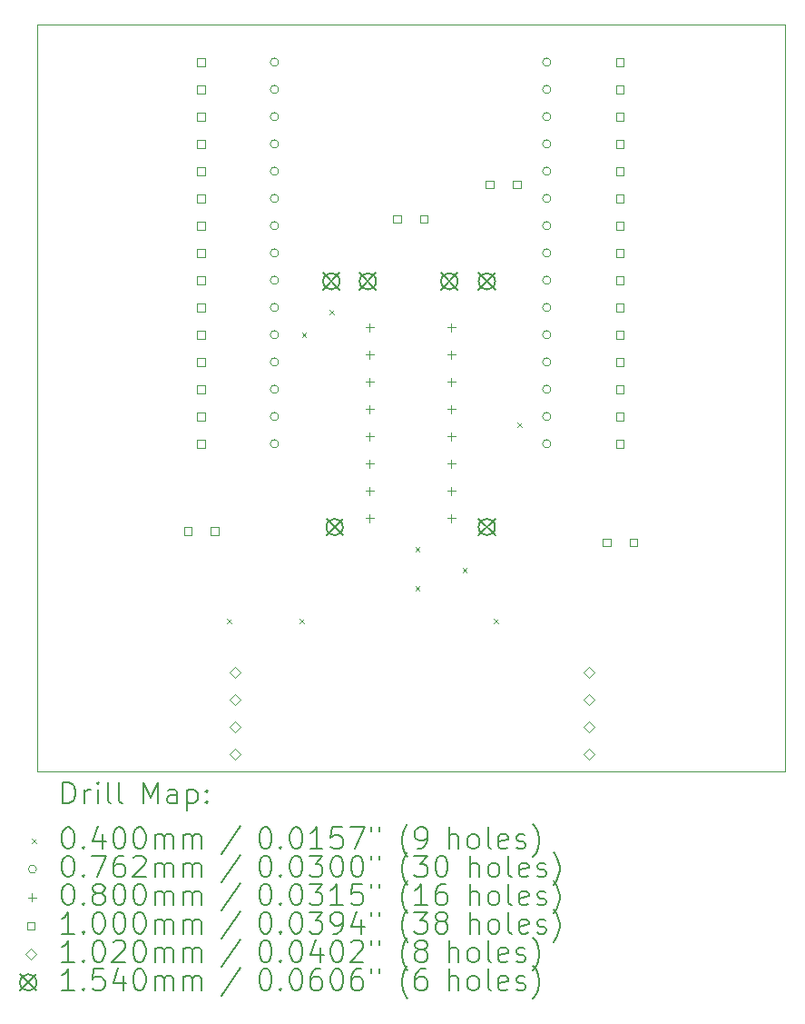
<source format=gbr>
%TF.GenerationSoftware,KiCad,Pcbnew,(7.0.0)*%
%TF.CreationDate,2023-03-13T08:12:33+05:30*%
%TF.ProjectId,Stem,5374656d-2e6b-4696-9361-645f70636258,1.0*%
%TF.SameCoordinates,Original*%
%TF.FileFunction,Drillmap*%
%TF.FilePolarity,Positive*%
%FSLAX45Y45*%
G04 Gerber Fmt 4.5, Leading zero omitted, Abs format (unit mm)*
G04 Created by KiCad (PCBNEW (7.0.0)) date 2023-03-13 08:12:33*
%MOMM*%
%LPD*%
G01*
G04 APERTURE LIST*
%ADD10C,0.100000*%
%ADD11C,0.200000*%
%ADD12C,0.040000*%
%ADD13C,0.076200*%
%ADD14C,0.080000*%
%ADD15C,0.102000*%
%ADD16C,0.154000*%
G04 APERTURE END LIST*
D10*
X11238000Y-4282000D02*
X18218000Y-4282000D01*
X18218000Y-4282000D02*
X18218000Y-11242000D01*
X18218000Y-11242000D02*
X11238000Y-11242000D01*
X11238000Y-11242000D02*
X11238000Y-4282000D01*
D11*
D12*
X13008000Y-9822000D02*
X13048000Y-9862000D01*
X13048000Y-9822000D02*
X13008000Y-9862000D01*
X13688000Y-9822000D02*
X13728000Y-9862000D01*
X13728000Y-9822000D02*
X13688000Y-9862000D01*
X13708000Y-7152000D02*
X13748000Y-7192000D01*
X13748000Y-7152000D02*
X13708000Y-7192000D01*
X13968000Y-6942000D02*
X14008000Y-6982000D01*
X14008000Y-6942000D02*
X13968000Y-6982000D01*
X14768000Y-9152000D02*
X14808000Y-9192000D01*
X14808000Y-9152000D02*
X14768000Y-9192000D01*
X14768000Y-9512000D02*
X14808000Y-9552000D01*
X14808000Y-9512000D02*
X14768000Y-9552000D01*
X15208000Y-9342000D02*
X15248000Y-9382000D01*
X15248000Y-9342000D02*
X15208000Y-9382000D01*
X15498000Y-9822000D02*
X15538000Y-9862000D01*
X15538000Y-9822000D02*
X15498000Y-9862000D01*
X15718000Y-7992000D02*
X15758000Y-8032000D01*
X15758000Y-7992000D02*
X15718000Y-8032000D01*
D13*
X13491100Y-4631000D02*
G75*
G03*
X13491100Y-4631000I-38100J0D01*
G01*
X13491100Y-4885000D02*
G75*
G03*
X13491100Y-4885000I-38100J0D01*
G01*
X13491100Y-5139000D02*
G75*
G03*
X13491100Y-5139000I-38100J0D01*
G01*
X13491100Y-5393000D02*
G75*
G03*
X13491100Y-5393000I-38100J0D01*
G01*
X13491100Y-5647000D02*
G75*
G03*
X13491100Y-5647000I-38100J0D01*
G01*
X13491100Y-5901000D02*
G75*
G03*
X13491100Y-5901000I-38100J0D01*
G01*
X13491100Y-6155000D02*
G75*
G03*
X13491100Y-6155000I-38100J0D01*
G01*
X13491100Y-6409000D02*
G75*
G03*
X13491100Y-6409000I-38100J0D01*
G01*
X13491100Y-6663000D02*
G75*
G03*
X13491100Y-6663000I-38100J0D01*
G01*
X13491100Y-6917000D02*
G75*
G03*
X13491100Y-6917000I-38100J0D01*
G01*
X13491100Y-7171000D02*
G75*
G03*
X13491100Y-7171000I-38100J0D01*
G01*
X13491100Y-7425000D02*
G75*
G03*
X13491100Y-7425000I-38100J0D01*
G01*
X13491100Y-7679000D02*
G75*
G03*
X13491100Y-7679000I-38100J0D01*
G01*
X13491100Y-7933000D02*
G75*
G03*
X13491100Y-7933000I-38100J0D01*
G01*
X13491100Y-8187000D02*
G75*
G03*
X13491100Y-8187000I-38100J0D01*
G01*
X16031100Y-4631000D02*
G75*
G03*
X16031100Y-4631000I-38100J0D01*
G01*
X16031100Y-4885000D02*
G75*
G03*
X16031100Y-4885000I-38100J0D01*
G01*
X16031100Y-5139000D02*
G75*
G03*
X16031100Y-5139000I-38100J0D01*
G01*
X16031100Y-5393000D02*
G75*
G03*
X16031100Y-5393000I-38100J0D01*
G01*
X16031100Y-5647000D02*
G75*
G03*
X16031100Y-5647000I-38100J0D01*
G01*
X16031100Y-5901000D02*
G75*
G03*
X16031100Y-5901000I-38100J0D01*
G01*
X16031100Y-6155000D02*
G75*
G03*
X16031100Y-6155000I-38100J0D01*
G01*
X16031100Y-6409000D02*
G75*
G03*
X16031100Y-6409000I-38100J0D01*
G01*
X16031100Y-6663000D02*
G75*
G03*
X16031100Y-6663000I-38100J0D01*
G01*
X16031100Y-6917000D02*
G75*
G03*
X16031100Y-6917000I-38100J0D01*
G01*
X16031100Y-7171000D02*
G75*
G03*
X16031100Y-7171000I-38100J0D01*
G01*
X16031100Y-7425000D02*
G75*
G03*
X16031100Y-7425000I-38100J0D01*
G01*
X16031100Y-7679000D02*
G75*
G03*
X16031100Y-7679000I-38100J0D01*
G01*
X16031100Y-7933000D02*
G75*
G03*
X16031100Y-7933000I-38100J0D01*
G01*
X16031100Y-8187000D02*
G75*
G03*
X16031100Y-8187000I-38100J0D01*
G01*
D14*
X14341000Y-7064000D02*
X14341000Y-7144000D01*
X14301000Y-7104000D02*
X14381000Y-7104000D01*
X14341000Y-7318000D02*
X14341000Y-7398000D01*
X14301000Y-7358000D02*
X14381000Y-7358000D01*
X14341000Y-7572000D02*
X14341000Y-7652000D01*
X14301000Y-7612000D02*
X14381000Y-7612000D01*
X14341000Y-7826000D02*
X14341000Y-7906000D01*
X14301000Y-7866000D02*
X14381000Y-7866000D01*
X14341000Y-8080000D02*
X14341000Y-8160000D01*
X14301000Y-8120000D02*
X14381000Y-8120000D01*
X14341000Y-8334000D02*
X14341000Y-8414000D01*
X14301000Y-8374000D02*
X14381000Y-8374000D01*
X14341000Y-8588000D02*
X14341000Y-8668000D01*
X14301000Y-8628000D02*
X14381000Y-8628000D01*
X14341000Y-8842000D02*
X14341000Y-8922000D01*
X14301000Y-8882000D02*
X14381000Y-8882000D01*
X15103000Y-7064000D02*
X15103000Y-7144000D01*
X15063000Y-7104000D02*
X15143000Y-7104000D01*
X15103000Y-7318000D02*
X15103000Y-7398000D01*
X15063000Y-7358000D02*
X15143000Y-7358000D01*
X15103000Y-7572000D02*
X15103000Y-7652000D01*
X15063000Y-7612000D02*
X15143000Y-7612000D01*
X15103000Y-7826000D02*
X15103000Y-7906000D01*
X15063000Y-7866000D02*
X15143000Y-7866000D01*
X15103000Y-8080000D02*
X15103000Y-8160000D01*
X15063000Y-8120000D02*
X15143000Y-8120000D01*
X15103000Y-8334000D02*
X15103000Y-8414000D01*
X15063000Y-8374000D02*
X15143000Y-8374000D01*
X15103000Y-8588000D02*
X15103000Y-8668000D01*
X15063000Y-8628000D02*
X15143000Y-8628000D01*
X15103000Y-8842000D02*
X15103000Y-8922000D01*
X15063000Y-8882000D02*
X15143000Y-8882000D01*
D10*
X12679006Y-9034856D02*
X12679006Y-8964144D01*
X12608294Y-8964144D01*
X12608294Y-9034856D01*
X12679006Y-9034856D01*
X12804006Y-4668356D02*
X12804006Y-4597644D01*
X12733294Y-4597644D01*
X12733294Y-4668356D01*
X12804006Y-4668356D01*
X12804006Y-4922356D02*
X12804006Y-4851644D01*
X12733294Y-4851644D01*
X12733294Y-4922356D01*
X12804006Y-4922356D01*
X12804006Y-5176356D02*
X12804006Y-5105644D01*
X12733294Y-5105644D01*
X12733294Y-5176356D01*
X12804006Y-5176356D01*
X12804006Y-5430356D02*
X12804006Y-5359644D01*
X12733294Y-5359644D01*
X12733294Y-5430356D01*
X12804006Y-5430356D01*
X12804006Y-5684356D02*
X12804006Y-5613644D01*
X12733294Y-5613644D01*
X12733294Y-5684356D01*
X12804006Y-5684356D01*
X12804006Y-5938356D02*
X12804006Y-5867644D01*
X12733294Y-5867644D01*
X12733294Y-5938356D01*
X12804006Y-5938356D01*
X12804006Y-6192356D02*
X12804006Y-6121644D01*
X12733294Y-6121644D01*
X12733294Y-6192356D01*
X12804006Y-6192356D01*
X12804006Y-6446356D02*
X12804006Y-6375644D01*
X12733294Y-6375644D01*
X12733294Y-6446356D01*
X12804006Y-6446356D01*
X12804006Y-6700356D02*
X12804006Y-6629644D01*
X12733294Y-6629644D01*
X12733294Y-6700356D01*
X12804006Y-6700356D01*
X12804006Y-6954356D02*
X12804006Y-6883644D01*
X12733294Y-6883644D01*
X12733294Y-6954356D01*
X12804006Y-6954356D01*
X12804006Y-7208356D02*
X12804006Y-7137644D01*
X12733294Y-7137644D01*
X12733294Y-7208356D01*
X12804006Y-7208356D01*
X12804006Y-7462356D02*
X12804006Y-7391644D01*
X12733294Y-7391644D01*
X12733294Y-7462356D01*
X12804006Y-7462356D01*
X12804006Y-7716356D02*
X12804006Y-7645644D01*
X12733294Y-7645644D01*
X12733294Y-7716356D01*
X12804006Y-7716356D01*
X12804006Y-7970356D02*
X12804006Y-7899644D01*
X12733294Y-7899644D01*
X12733294Y-7970356D01*
X12804006Y-7970356D01*
X12804006Y-8224356D02*
X12804006Y-8153644D01*
X12733294Y-8153644D01*
X12733294Y-8224356D01*
X12804006Y-8224356D01*
X12929006Y-9034856D02*
X12929006Y-8964144D01*
X12858294Y-8964144D01*
X12858294Y-9034856D01*
X12929006Y-9034856D01*
X14633356Y-6127356D02*
X14633356Y-6056644D01*
X14562644Y-6056644D01*
X14562644Y-6127356D01*
X14633356Y-6127356D01*
X14883356Y-6127356D02*
X14883356Y-6056644D01*
X14812644Y-6056644D01*
X14812644Y-6127356D01*
X14883356Y-6127356D01*
X15495856Y-5807356D02*
X15495856Y-5736644D01*
X15425144Y-5736644D01*
X15425144Y-5807356D01*
X15495856Y-5807356D01*
X15749856Y-5807356D02*
X15749856Y-5736644D01*
X15679144Y-5736644D01*
X15679144Y-5807356D01*
X15749856Y-5807356D01*
X16587706Y-9139856D02*
X16587706Y-9069144D01*
X16516994Y-9069144D01*
X16516994Y-9139856D01*
X16587706Y-9139856D01*
X16712706Y-4667356D02*
X16712706Y-4596644D01*
X16641994Y-4596644D01*
X16641994Y-4667356D01*
X16712706Y-4667356D01*
X16712706Y-4921356D02*
X16712706Y-4850644D01*
X16641994Y-4850644D01*
X16641994Y-4921356D01*
X16712706Y-4921356D01*
X16712706Y-5175356D02*
X16712706Y-5104644D01*
X16641994Y-5104644D01*
X16641994Y-5175356D01*
X16712706Y-5175356D01*
X16712706Y-5429356D02*
X16712706Y-5358644D01*
X16641994Y-5358644D01*
X16641994Y-5429356D01*
X16712706Y-5429356D01*
X16712706Y-5683356D02*
X16712706Y-5612644D01*
X16641994Y-5612644D01*
X16641994Y-5683356D01*
X16712706Y-5683356D01*
X16712706Y-5937356D02*
X16712706Y-5866644D01*
X16641994Y-5866644D01*
X16641994Y-5937356D01*
X16712706Y-5937356D01*
X16712706Y-6191356D02*
X16712706Y-6120644D01*
X16641994Y-6120644D01*
X16641994Y-6191356D01*
X16712706Y-6191356D01*
X16712706Y-6445356D02*
X16712706Y-6374644D01*
X16641994Y-6374644D01*
X16641994Y-6445356D01*
X16712706Y-6445356D01*
X16712706Y-6699356D02*
X16712706Y-6628644D01*
X16641994Y-6628644D01*
X16641994Y-6699356D01*
X16712706Y-6699356D01*
X16712706Y-6953356D02*
X16712706Y-6882644D01*
X16641994Y-6882644D01*
X16641994Y-6953356D01*
X16712706Y-6953356D01*
X16712706Y-7207356D02*
X16712706Y-7136644D01*
X16641994Y-7136644D01*
X16641994Y-7207356D01*
X16712706Y-7207356D01*
X16712706Y-7461356D02*
X16712706Y-7390644D01*
X16641994Y-7390644D01*
X16641994Y-7461356D01*
X16712706Y-7461356D01*
X16712706Y-7715356D02*
X16712706Y-7644644D01*
X16641994Y-7644644D01*
X16641994Y-7715356D01*
X16712706Y-7715356D01*
X16712706Y-7969356D02*
X16712706Y-7898644D01*
X16641994Y-7898644D01*
X16641994Y-7969356D01*
X16712706Y-7969356D01*
X16712706Y-8223356D02*
X16712706Y-8152644D01*
X16641994Y-8152644D01*
X16641994Y-8223356D01*
X16712706Y-8223356D01*
X16837706Y-9139856D02*
X16837706Y-9069144D01*
X16766994Y-9069144D01*
X16766994Y-9139856D01*
X16837706Y-9139856D01*
D15*
X13088000Y-10371500D02*
X13139000Y-10320500D01*
X13088000Y-10269500D01*
X13037000Y-10320500D01*
X13088000Y-10371500D01*
X13088000Y-10625500D02*
X13139000Y-10574500D01*
X13088000Y-10523500D01*
X13037000Y-10574500D01*
X13088000Y-10625500D01*
X13088000Y-10879500D02*
X13139000Y-10828500D01*
X13088000Y-10777500D01*
X13037000Y-10828500D01*
X13088000Y-10879500D01*
X13088000Y-11133500D02*
X13139000Y-11082500D01*
X13088000Y-11031500D01*
X13037000Y-11082500D01*
X13088000Y-11133500D01*
X16388000Y-10371500D02*
X16439000Y-10320500D01*
X16388000Y-10269500D01*
X16337000Y-10320500D01*
X16388000Y-10371500D01*
X16388000Y-10625500D02*
X16439000Y-10574500D01*
X16388000Y-10523500D01*
X16337000Y-10574500D01*
X16388000Y-10625500D01*
X16388000Y-10879500D02*
X16439000Y-10828500D01*
X16388000Y-10777500D01*
X16337000Y-10828500D01*
X16388000Y-10879500D01*
X16388000Y-11133500D02*
X16439000Y-11082500D01*
X16388000Y-11031500D01*
X16337000Y-11082500D01*
X16388000Y-11133500D01*
D16*
X13907250Y-6596250D02*
X14061250Y-6750250D01*
X14061250Y-6596250D02*
X13907250Y-6750250D01*
X14061250Y-6673250D02*
G75*
G03*
X14061250Y-6673250I-77000J0D01*
G01*
X13937250Y-8886250D02*
X14091250Y-9040250D01*
X14091250Y-8886250D02*
X13937250Y-9040250D01*
X14091250Y-8963250D02*
G75*
G03*
X14091250Y-8963250I-77000J0D01*
G01*
X14247250Y-6596250D02*
X14401250Y-6750250D01*
X14401250Y-6596250D02*
X14247250Y-6750250D01*
X14401250Y-6673250D02*
G75*
G03*
X14401250Y-6673250I-77000J0D01*
G01*
X15007250Y-6596250D02*
X15161250Y-6750250D01*
X15161250Y-6596250D02*
X15007250Y-6750250D01*
X15161250Y-6673250D02*
G75*
G03*
X15161250Y-6673250I-77000J0D01*
G01*
X15357250Y-6596250D02*
X15511250Y-6750250D01*
X15511250Y-6596250D02*
X15357250Y-6750250D01*
X15511250Y-6673250D02*
G75*
G03*
X15511250Y-6673250I-77000J0D01*
G01*
X15357250Y-8886250D02*
X15511250Y-9040250D01*
X15511250Y-8886250D02*
X15357250Y-9040250D01*
X15511250Y-8963250D02*
G75*
G03*
X15511250Y-8963250I-77000J0D01*
G01*
D11*
X11480619Y-11540476D02*
X11480619Y-11340476D01*
X11480619Y-11340476D02*
X11528238Y-11340476D01*
X11528238Y-11340476D02*
X11556809Y-11350000D01*
X11556809Y-11350000D02*
X11575857Y-11369048D01*
X11575857Y-11369048D02*
X11585381Y-11388095D01*
X11585381Y-11388095D02*
X11594905Y-11426190D01*
X11594905Y-11426190D02*
X11594905Y-11454762D01*
X11594905Y-11454762D02*
X11585381Y-11492857D01*
X11585381Y-11492857D02*
X11575857Y-11511905D01*
X11575857Y-11511905D02*
X11556809Y-11530952D01*
X11556809Y-11530952D02*
X11528238Y-11540476D01*
X11528238Y-11540476D02*
X11480619Y-11540476D01*
X11680619Y-11540476D02*
X11680619Y-11407143D01*
X11680619Y-11445238D02*
X11690143Y-11426190D01*
X11690143Y-11426190D02*
X11699667Y-11416667D01*
X11699667Y-11416667D02*
X11718714Y-11407143D01*
X11718714Y-11407143D02*
X11737762Y-11407143D01*
X11804428Y-11540476D02*
X11804428Y-11407143D01*
X11804428Y-11340476D02*
X11794905Y-11350000D01*
X11794905Y-11350000D02*
X11804428Y-11359524D01*
X11804428Y-11359524D02*
X11813952Y-11350000D01*
X11813952Y-11350000D02*
X11804428Y-11340476D01*
X11804428Y-11340476D02*
X11804428Y-11359524D01*
X11928238Y-11540476D02*
X11909190Y-11530952D01*
X11909190Y-11530952D02*
X11899667Y-11511905D01*
X11899667Y-11511905D02*
X11899667Y-11340476D01*
X12033000Y-11540476D02*
X12013952Y-11530952D01*
X12013952Y-11530952D02*
X12004428Y-11511905D01*
X12004428Y-11511905D02*
X12004428Y-11340476D01*
X12229190Y-11540476D02*
X12229190Y-11340476D01*
X12229190Y-11340476D02*
X12295857Y-11483333D01*
X12295857Y-11483333D02*
X12362524Y-11340476D01*
X12362524Y-11340476D02*
X12362524Y-11540476D01*
X12543476Y-11540476D02*
X12543476Y-11435714D01*
X12543476Y-11435714D02*
X12533952Y-11416667D01*
X12533952Y-11416667D02*
X12514905Y-11407143D01*
X12514905Y-11407143D02*
X12476809Y-11407143D01*
X12476809Y-11407143D02*
X12457762Y-11416667D01*
X12543476Y-11530952D02*
X12524428Y-11540476D01*
X12524428Y-11540476D02*
X12476809Y-11540476D01*
X12476809Y-11540476D02*
X12457762Y-11530952D01*
X12457762Y-11530952D02*
X12448238Y-11511905D01*
X12448238Y-11511905D02*
X12448238Y-11492857D01*
X12448238Y-11492857D02*
X12457762Y-11473809D01*
X12457762Y-11473809D02*
X12476809Y-11464286D01*
X12476809Y-11464286D02*
X12524428Y-11464286D01*
X12524428Y-11464286D02*
X12543476Y-11454762D01*
X12638714Y-11407143D02*
X12638714Y-11607143D01*
X12638714Y-11416667D02*
X12657762Y-11407143D01*
X12657762Y-11407143D02*
X12695857Y-11407143D01*
X12695857Y-11407143D02*
X12714905Y-11416667D01*
X12714905Y-11416667D02*
X12724428Y-11426190D01*
X12724428Y-11426190D02*
X12733952Y-11445238D01*
X12733952Y-11445238D02*
X12733952Y-11502381D01*
X12733952Y-11502381D02*
X12724428Y-11521428D01*
X12724428Y-11521428D02*
X12714905Y-11530952D01*
X12714905Y-11530952D02*
X12695857Y-11540476D01*
X12695857Y-11540476D02*
X12657762Y-11540476D01*
X12657762Y-11540476D02*
X12638714Y-11530952D01*
X12819667Y-11521428D02*
X12829190Y-11530952D01*
X12829190Y-11530952D02*
X12819667Y-11540476D01*
X12819667Y-11540476D02*
X12810143Y-11530952D01*
X12810143Y-11530952D02*
X12819667Y-11521428D01*
X12819667Y-11521428D02*
X12819667Y-11540476D01*
X12819667Y-11416667D02*
X12829190Y-11426190D01*
X12829190Y-11426190D02*
X12819667Y-11435714D01*
X12819667Y-11435714D02*
X12810143Y-11426190D01*
X12810143Y-11426190D02*
X12819667Y-11416667D01*
X12819667Y-11416667D02*
X12819667Y-11435714D01*
D12*
X11193000Y-11867000D02*
X11233000Y-11907000D01*
X11233000Y-11867000D02*
X11193000Y-11907000D01*
D11*
X11518714Y-11760476D02*
X11537762Y-11760476D01*
X11537762Y-11760476D02*
X11556809Y-11770000D01*
X11556809Y-11770000D02*
X11566333Y-11779524D01*
X11566333Y-11779524D02*
X11575857Y-11798571D01*
X11575857Y-11798571D02*
X11585381Y-11836667D01*
X11585381Y-11836667D02*
X11585381Y-11884286D01*
X11585381Y-11884286D02*
X11575857Y-11922381D01*
X11575857Y-11922381D02*
X11566333Y-11941428D01*
X11566333Y-11941428D02*
X11556809Y-11950952D01*
X11556809Y-11950952D02*
X11537762Y-11960476D01*
X11537762Y-11960476D02*
X11518714Y-11960476D01*
X11518714Y-11960476D02*
X11499667Y-11950952D01*
X11499667Y-11950952D02*
X11490143Y-11941428D01*
X11490143Y-11941428D02*
X11480619Y-11922381D01*
X11480619Y-11922381D02*
X11471095Y-11884286D01*
X11471095Y-11884286D02*
X11471095Y-11836667D01*
X11471095Y-11836667D02*
X11480619Y-11798571D01*
X11480619Y-11798571D02*
X11490143Y-11779524D01*
X11490143Y-11779524D02*
X11499667Y-11770000D01*
X11499667Y-11770000D02*
X11518714Y-11760476D01*
X11671095Y-11941428D02*
X11680619Y-11950952D01*
X11680619Y-11950952D02*
X11671095Y-11960476D01*
X11671095Y-11960476D02*
X11661571Y-11950952D01*
X11661571Y-11950952D02*
X11671095Y-11941428D01*
X11671095Y-11941428D02*
X11671095Y-11960476D01*
X11852048Y-11827143D02*
X11852048Y-11960476D01*
X11804428Y-11750952D02*
X11756809Y-11893809D01*
X11756809Y-11893809D02*
X11880619Y-11893809D01*
X11994905Y-11760476D02*
X12013952Y-11760476D01*
X12013952Y-11760476D02*
X12033000Y-11770000D01*
X12033000Y-11770000D02*
X12042524Y-11779524D01*
X12042524Y-11779524D02*
X12052048Y-11798571D01*
X12052048Y-11798571D02*
X12061571Y-11836667D01*
X12061571Y-11836667D02*
X12061571Y-11884286D01*
X12061571Y-11884286D02*
X12052048Y-11922381D01*
X12052048Y-11922381D02*
X12042524Y-11941428D01*
X12042524Y-11941428D02*
X12033000Y-11950952D01*
X12033000Y-11950952D02*
X12013952Y-11960476D01*
X12013952Y-11960476D02*
X11994905Y-11960476D01*
X11994905Y-11960476D02*
X11975857Y-11950952D01*
X11975857Y-11950952D02*
X11966333Y-11941428D01*
X11966333Y-11941428D02*
X11956809Y-11922381D01*
X11956809Y-11922381D02*
X11947286Y-11884286D01*
X11947286Y-11884286D02*
X11947286Y-11836667D01*
X11947286Y-11836667D02*
X11956809Y-11798571D01*
X11956809Y-11798571D02*
X11966333Y-11779524D01*
X11966333Y-11779524D02*
X11975857Y-11770000D01*
X11975857Y-11770000D02*
X11994905Y-11760476D01*
X12185381Y-11760476D02*
X12204429Y-11760476D01*
X12204429Y-11760476D02*
X12223476Y-11770000D01*
X12223476Y-11770000D02*
X12233000Y-11779524D01*
X12233000Y-11779524D02*
X12242524Y-11798571D01*
X12242524Y-11798571D02*
X12252048Y-11836667D01*
X12252048Y-11836667D02*
X12252048Y-11884286D01*
X12252048Y-11884286D02*
X12242524Y-11922381D01*
X12242524Y-11922381D02*
X12233000Y-11941428D01*
X12233000Y-11941428D02*
X12223476Y-11950952D01*
X12223476Y-11950952D02*
X12204429Y-11960476D01*
X12204429Y-11960476D02*
X12185381Y-11960476D01*
X12185381Y-11960476D02*
X12166333Y-11950952D01*
X12166333Y-11950952D02*
X12156809Y-11941428D01*
X12156809Y-11941428D02*
X12147286Y-11922381D01*
X12147286Y-11922381D02*
X12137762Y-11884286D01*
X12137762Y-11884286D02*
X12137762Y-11836667D01*
X12137762Y-11836667D02*
X12147286Y-11798571D01*
X12147286Y-11798571D02*
X12156809Y-11779524D01*
X12156809Y-11779524D02*
X12166333Y-11770000D01*
X12166333Y-11770000D02*
X12185381Y-11760476D01*
X12337762Y-11960476D02*
X12337762Y-11827143D01*
X12337762Y-11846190D02*
X12347286Y-11836667D01*
X12347286Y-11836667D02*
X12366333Y-11827143D01*
X12366333Y-11827143D02*
X12394905Y-11827143D01*
X12394905Y-11827143D02*
X12413952Y-11836667D01*
X12413952Y-11836667D02*
X12423476Y-11855714D01*
X12423476Y-11855714D02*
X12423476Y-11960476D01*
X12423476Y-11855714D02*
X12433000Y-11836667D01*
X12433000Y-11836667D02*
X12452048Y-11827143D01*
X12452048Y-11827143D02*
X12480619Y-11827143D01*
X12480619Y-11827143D02*
X12499667Y-11836667D01*
X12499667Y-11836667D02*
X12509190Y-11855714D01*
X12509190Y-11855714D02*
X12509190Y-11960476D01*
X12604429Y-11960476D02*
X12604429Y-11827143D01*
X12604429Y-11846190D02*
X12613952Y-11836667D01*
X12613952Y-11836667D02*
X12633000Y-11827143D01*
X12633000Y-11827143D02*
X12661571Y-11827143D01*
X12661571Y-11827143D02*
X12680619Y-11836667D01*
X12680619Y-11836667D02*
X12690143Y-11855714D01*
X12690143Y-11855714D02*
X12690143Y-11960476D01*
X12690143Y-11855714D02*
X12699667Y-11836667D01*
X12699667Y-11836667D02*
X12718714Y-11827143D01*
X12718714Y-11827143D02*
X12747286Y-11827143D01*
X12747286Y-11827143D02*
X12766333Y-11836667D01*
X12766333Y-11836667D02*
X12775857Y-11855714D01*
X12775857Y-11855714D02*
X12775857Y-11960476D01*
X13133952Y-11750952D02*
X12962524Y-12008095D01*
X13358714Y-11760476D02*
X13377762Y-11760476D01*
X13377762Y-11760476D02*
X13396810Y-11770000D01*
X13396810Y-11770000D02*
X13406333Y-11779524D01*
X13406333Y-11779524D02*
X13415857Y-11798571D01*
X13415857Y-11798571D02*
X13425381Y-11836667D01*
X13425381Y-11836667D02*
X13425381Y-11884286D01*
X13425381Y-11884286D02*
X13415857Y-11922381D01*
X13415857Y-11922381D02*
X13406333Y-11941428D01*
X13406333Y-11941428D02*
X13396810Y-11950952D01*
X13396810Y-11950952D02*
X13377762Y-11960476D01*
X13377762Y-11960476D02*
X13358714Y-11960476D01*
X13358714Y-11960476D02*
X13339667Y-11950952D01*
X13339667Y-11950952D02*
X13330143Y-11941428D01*
X13330143Y-11941428D02*
X13320619Y-11922381D01*
X13320619Y-11922381D02*
X13311095Y-11884286D01*
X13311095Y-11884286D02*
X13311095Y-11836667D01*
X13311095Y-11836667D02*
X13320619Y-11798571D01*
X13320619Y-11798571D02*
X13330143Y-11779524D01*
X13330143Y-11779524D02*
X13339667Y-11770000D01*
X13339667Y-11770000D02*
X13358714Y-11760476D01*
X13511095Y-11941428D02*
X13520619Y-11950952D01*
X13520619Y-11950952D02*
X13511095Y-11960476D01*
X13511095Y-11960476D02*
X13501571Y-11950952D01*
X13501571Y-11950952D02*
X13511095Y-11941428D01*
X13511095Y-11941428D02*
X13511095Y-11960476D01*
X13644429Y-11760476D02*
X13663476Y-11760476D01*
X13663476Y-11760476D02*
X13682524Y-11770000D01*
X13682524Y-11770000D02*
X13692048Y-11779524D01*
X13692048Y-11779524D02*
X13701571Y-11798571D01*
X13701571Y-11798571D02*
X13711095Y-11836667D01*
X13711095Y-11836667D02*
X13711095Y-11884286D01*
X13711095Y-11884286D02*
X13701571Y-11922381D01*
X13701571Y-11922381D02*
X13692048Y-11941428D01*
X13692048Y-11941428D02*
X13682524Y-11950952D01*
X13682524Y-11950952D02*
X13663476Y-11960476D01*
X13663476Y-11960476D02*
X13644429Y-11960476D01*
X13644429Y-11960476D02*
X13625381Y-11950952D01*
X13625381Y-11950952D02*
X13615857Y-11941428D01*
X13615857Y-11941428D02*
X13606333Y-11922381D01*
X13606333Y-11922381D02*
X13596810Y-11884286D01*
X13596810Y-11884286D02*
X13596810Y-11836667D01*
X13596810Y-11836667D02*
X13606333Y-11798571D01*
X13606333Y-11798571D02*
X13615857Y-11779524D01*
X13615857Y-11779524D02*
X13625381Y-11770000D01*
X13625381Y-11770000D02*
X13644429Y-11760476D01*
X13901571Y-11960476D02*
X13787286Y-11960476D01*
X13844429Y-11960476D02*
X13844429Y-11760476D01*
X13844429Y-11760476D02*
X13825381Y-11789048D01*
X13825381Y-11789048D02*
X13806333Y-11808095D01*
X13806333Y-11808095D02*
X13787286Y-11817619D01*
X14082524Y-11760476D02*
X13987286Y-11760476D01*
X13987286Y-11760476D02*
X13977762Y-11855714D01*
X13977762Y-11855714D02*
X13987286Y-11846190D01*
X13987286Y-11846190D02*
X14006333Y-11836667D01*
X14006333Y-11836667D02*
X14053952Y-11836667D01*
X14053952Y-11836667D02*
X14073000Y-11846190D01*
X14073000Y-11846190D02*
X14082524Y-11855714D01*
X14082524Y-11855714D02*
X14092048Y-11874762D01*
X14092048Y-11874762D02*
X14092048Y-11922381D01*
X14092048Y-11922381D02*
X14082524Y-11941428D01*
X14082524Y-11941428D02*
X14073000Y-11950952D01*
X14073000Y-11950952D02*
X14053952Y-11960476D01*
X14053952Y-11960476D02*
X14006333Y-11960476D01*
X14006333Y-11960476D02*
X13987286Y-11950952D01*
X13987286Y-11950952D02*
X13977762Y-11941428D01*
X14158714Y-11760476D02*
X14292048Y-11760476D01*
X14292048Y-11760476D02*
X14206333Y-11960476D01*
X14358714Y-11760476D02*
X14358714Y-11798571D01*
X14434905Y-11760476D02*
X14434905Y-11798571D01*
X14697762Y-12036667D02*
X14688238Y-12027143D01*
X14688238Y-12027143D02*
X14669191Y-11998571D01*
X14669191Y-11998571D02*
X14659667Y-11979524D01*
X14659667Y-11979524D02*
X14650143Y-11950952D01*
X14650143Y-11950952D02*
X14640619Y-11903333D01*
X14640619Y-11903333D02*
X14640619Y-11865238D01*
X14640619Y-11865238D02*
X14650143Y-11817619D01*
X14650143Y-11817619D02*
X14659667Y-11789048D01*
X14659667Y-11789048D02*
X14669191Y-11770000D01*
X14669191Y-11770000D02*
X14688238Y-11741428D01*
X14688238Y-11741428D02*
X14697762Y-11731905D01*
X14783476Y-11960476D02*
X14821571Y-11960476D01*
X14821571Y-11960476D02*
X14840619Y-11950952D01*
X14840619Y-11950952D02*
X14850143Y-11941428D01*
X14850143Y-11941428D02*
X14869191Y-11912857D01*
X14869191Y-11912857D02*
X14878714Y-11874762D01*
X14878714Y-11874762D02*
X14878714Y-11798571D01*
X14878714Y-11798571D02*
X14869191Y-11779524D01*
X14869191Y-11779524D02*
X14859667Y-11770000D01*
X14859667Y-11770000D02*
X14840619Y-11760476D01*
X14840619Y-11760476D02*
X14802524Y-11760476D01*
X14802524Y-11760476D02*
X14783476Y-11770000D01*
X14783476Y-11770000D02*
X14773952Y-11779524D01*
X14773952Y-11779524D02*
X14764429Y-11798571D01*
X14764429Y-11798571D02*
X14764429Y-11846190D01*
X14764429Y-11846190D02*
X14773952Y-11865238D01*
X14773952Y-11865238D02*
X14783476Y-11874762D01*
X14783476Y-11874762D02*
X14802524Y-11884286D01*
X14802524Y-11884286D02*
X14840619Y-11884286D01*
X14840619Y-11884286D02*
X14859667Y-11874762D01*
X14859667Y-11874762D02*
X14869191Y-11865238D01*
X14869191Y-11865238D02*
X14878714Y-11846190D01*
X15084429Y-11960476D02*
X15084429Y-11760476D01*
X15170143Y-11960476D02*
X15170143Y-11855714D01*
X15170143Y-11855714D02*
X15160619Y-11836667D01*
X15160619Y-11836667D02*
X15141572Y-11827143D01*
X15141572Y-11827143D02*
X15113000Y-11827143D01*
X15113000Y-11827143D02*
X15093952Y-11836667D01*
X15093952Y-11836667D02*
X15084429Y-11846190D01*
X15293952Y-11960476D02*
X15274905Y-11950952D01*
X15274905Y-11950952D02*
X15265381Y-11941428D01*
X15265381Y-11941428D02*
X15255857Y-11922381D01*
X15255857Y-11922381D02*
X15255857Y-11865238D01*
X15255857Y-11865238D02*
X15265381Y-11846190D01*
X15265381Y-11846190D02*
X15274905Y-11836667D01*
X15274905Y-11836667D02*
X15293952Y-11827143D01*
X15293952Y-11827143D02*
X15322524Y-11827143D01*
X15322524Y-11827143D02*
X15341572Y-11836667D01*
X15341572Y-11836667D02*
X15351095Y-11846190D01*
X15351095Y-11846190D02*
X15360619Y-11865238D01*
X15360619Y-11865238D02*
X15360619Y-11922381D01*
X15360619Y-11922381D02*
X15351095Y-11941428D01*
X15351095Y-11941428D02*
X15341572Y-11950952D01*
X15341572Y-11950952D02*
X15322524Y-11960476D01*
X15322524Y-11960476D02*
X15293952Y-11960476D01*
X15474905Y-11960476D02*
X15455857Y-11950952D01*
X15455857Y-11950952D02*
X15446333Y-11931905D01*
X15446333Y-11931905D02*
X15446333Y-11760476D01*
X15627286Y-11950952D02*
X15608238Y-11960476D01*
X15608238Y-11960476D02*
X15570143Y-11960476D01*
X15570143Y-11960476D02*
X15551095Y-11950952D01*
X15551095Y-11950952D02*
X15541572Y-11931905D01*
X15541572Y-11931905D02*
X15541572Y-11855714D01*
X15541572Y-11855714D02*
X15551095Y-11836667D01*
X15551095Y-11836667D02*
X15570143Y-11827143D01*
X15570143Y-11827143D02*
X15608238Y-11827143D01*
X15608238Y-11827143D02*
X15627286Y-11836667D01*
X15627286Y-11836667D02*
X15636810Y-11855714D01*
X15636810Y-11855714D02*
X15636810Y-11874762D01*
X15636810Y-11874762D02*
X15541572Y-11893809D01*
X15713000Y-11950952D02*
X15732048Y-11960476D01*
X15732048Y-11960476D02*
X15770143Y-11960476D01*
X15770143Y-11960476D02*
X15789191Y-11950952D01*
X15789191Y-11950952D02*
X15798714Y-11931905D01*
X15798714Y-11931905D02*
X15798714Y-11922381D01*
X15798714Y-11922381D02*
X15789191Y-11903333D01*
X15789191Y-11903333D02*
X15770143Y-11893809D01*
X15770143Y-11893809D02*
X15741572Y-11893809D01*
X15741572Y-11893809D02*
X15722524Y-11884286D01*
X15722524Y-11884286D02*
X15713000Y-11865238D01*
X15713000Y-11865238D02*
X15713000Y-11855714D01*
X15713000Y-11855714D02*
X15722524Y-11836667D01*
X15722524Y-11836667D02*
X15741572Y-11827143D01*
X15741572Y-11827143D02*
X15770143Y-11827143D01*
X15770143Y-11827143D02*
X15789191Y-11836667D01*
X15865381Y-12036667D02*
X15874905Y-12027143D01*
X15874905Y-12027143D02*
X15893953Y-11998571D01*
X15893953Y-11998571D02*
X15903476Y-11979524D01*
X15903476Y-11979524D02*
X15913000Y-11950952D01*
X15913000Y-11950952D02*
X15922524Y-11903333D01*
X15922524Y-11903333D02*
X15922524Y-11865238D01*
X15922524Y-11865238D02*
X15913000Y-11817619D01*
X15913000Y-11817619D02*
X15903476Y-11789048D01*
X15903476Y-11789048D02*
X15893953Y-11770000D01*
X15893953Y-11770000D02*
X15874905Y-11741428D01*
X15874905Y-11741428D02*
X15865381Y-11731905D01*
D13*
X11233000Y-12151000D02*
G75*
G03*
X11233000Y-12151000I-38100J0D01*
G01*
D11*
X11518714Y-12024476D02*
X11537762Y-12024476D01*
X11537762Y-12024476D02*
X11556809Y-12034000D01*
X11556809Y-12034000D02*
X11566333Y-12043524D01*
X11566333Y-12043524D02*
X11575857Y-12062571D01*
X11575857Y-12062571D02*
X11585381Y-12100667D01*
X11585381Y-12100667D02*
X11585381Y-12148286D01*
X11585381Y-12148286D02*
X11575857Y-12186381D01*
X11575857Y-12186381D02*
X11566333Y-12205428D01*
X11566333Y-12205428D02*
X11556809Y-12214952D01*
X11556809Y-12214952D02*
X11537762Y-12224476D01*
X11537762Y-12224476D02*
X11518714Y-12224476D01*
X11518714Y-12224476D02*
X11499667Y-12214952D01*
X11499667Y-12214952D02*
X11490143Y-12205428D01*
X11490143Y-12205428D02*
X11480619Y-12186381D01*
X11480619Y-12186381D02*
X11471095Y-12148286D01*
X11471095Y-12148286D02*
X11471095Y-12100667D01*
X11471095Y-12100667D02*
X11480619Y-12062571D01*
X11480619Y-12062571D02*
X11490143Y-12043524D01*
X11490143Y-12043524D02*
X11499667Y-12034000D01*
X11499667Y-12034000D02*
X11518714Y-12024476D01*
X11671095Y-12205428D02*
X11680619Y-12214952D01*
X11680619Y-12214952D02*
X11671095Y-12224476D01*
X11671095Y-12224476D02*
X11661571Y-12214952D01*
X11661571Y-12214952D02*
X11671095Y-12205428D01*
X11671095Y-12205428D02*
X11671095Y-12224476D01*
X11747286Y-12024476D02*
X11880619Y-12024476D01*
X11880619Y-12024476D02*
X11794905Y-12224476D01*
X12042524Y-12024476D02*
X12004428Y-12024476D01*
X12004428Y-12024476D02*
X11985381Y-12034000D01*
X11985381Y-12034000D02*
X11975857Y-12043524D01*
X11975857Y-12043524D02*
X11956809Y-12072095D01*
X11956809Y-12072095D02*
X11947286Y-12110190D01*
X11947286Y-12110190D02*
X11947286Y-12186381D01*
X11947286Y-12186381D02*
X11956809Y-12205428D01*
X11956809Y-12205428D02*
X11966333Y-12214952D01*
X11966333Y-12214952D02*
X11985381Y-12224476D01*
X11985381Y-12224476D02*
X12023476Y-12224476D01*
X12023476Y-12224476D02*
X12042524Y-12214952D01*
X12042524Y-12214952D02*
X12052048Y-12205428D01*
X12052048Y-12205428D02*
X12061571Y-12186381D01*
X12061571Y-12186381D02*
X12061571Y-12138762D01*
X12061571Y-12138762D02*
X12052048Y-12119714D01*
X12052048Y-12119714D02*
X12042524Y-12110190D01*
X12042524Y-12110190D02*
X12023476Y-12100667D01*
X12023476Y-12100667D02*
X11985381Y-12100667D01*
X11985381Y-12100667D02*
X11966333Y-12110190D01*
X11966333Y-12110190D02*
X11956809Y-12119714D01*
X11956809Y-12119714D02*
X11947286Y-12138762D01*
X12137762Y-12043524D02*
X12147286Y-12034000D01*
X12147286Y-12034000D02*
X12166333Y-12024476D01*
X12166333Y-12024476D02*
X12213952Y-12024476D01*
X12213952Y-12024476D02*
X12233000Y-12034000D01*
X12233000Y-12034000D02*
X12242524Y-12043524D01*
X12242524Y-12043524D02*
X12252048Y-12062571D01*
X12252048Y-12062571D02*
X12252048Y-12081619D01*
X12252048Y-12081619D02*
X12242524Y-12110190D01*
X12242524Y-12110190D02*
X12128238Y-12224476D01*
X12128238Y-12224476D02*
X12252048Y-12224476D01*
X12337762Y-12224476D02*
X12337762Y-12091143D01*
X12337762Y-12110190D02*
X12347286Y-12100667D01*
X12347286Y-12100667D02*
X12366333Y-12091143D01*
X12366333Y-12091143D02*
X12394905Y-12091143D01*
X12394905Y-12091143D02*
X12413952Y-12100667D01*
X12413952Y-12100667D02*
X12423476Y-12119714D01*
X12423476Y-12119714D02*
X12423476Y-12224476D01*
X12423476Y-12119714D02*
X12433000Y-12100667D01*
X12433000Y-12100667D02*
X12452048Y-12091143D01*
X12452048Y-12091143D02*
X12480619Y-12091143D01*
X12480619Y-12091143D02*
X12499667Y-12100667D01*
X12499667Y-12100667D02*
X12509190Y-12119714D01*
X12509190Y-12119714D02*
X12509190Y-12224476D01*
X12604429Y-12224476D02*
X12604429Y-12091143D01*
X12604429Y-12110190D02*
X12613952Y-12100667D01*
X12613952Y-12100667D02*
X12633000Y-12091143D01*
X12633000Y-12091143D02*
X12661571Y-12091143D01*
X12661571Y-12091143D02*
X12680619Y-12100667D01*
X12680619Y-12100667D02*
X12690143Y-12119714D01*
X12690143Y-12119714D02*
X12690143Y-12224476D01*
X12690143Y-12119714D02*
X12699667Y-12100667D01*
X12699667Y-12100667D02*
X12718714Y-12091143D01*
X12718714Y-12091143D02*
X12747286Y-12091143D01*
X12747286Y-12091143D02*
X12766333Y-12100667D01*
X12766333Y-12100667D02*
X12775857Y-12119714D01*
X12775857Y-12119714D02*
X12775857Y-12224476D01*
X13133952Y-12014952D02*
X12962524Y-12272095D01*
X13358714Y-12024476D02*
X13377762Y-12024476D01*
X13377762Y-12024476D02*
X13396810Y-12034000D01*
X13396810Y-12034000D02*
X13406333Y-12043524D01*
X13406333Y-12043524D02*
X13415857Y-12062571D01*
X13415857Y-12062571D02*
X13425381Y-12100667D01*
X13425381Y-12100667D02*
X13425381Y-12148286D01*
X13425381Y-12148286D02*
X13415857Y-12186381D01*
X13415857Y-12186381D02*
X13406333Y-12205428D01*
X13406333Y-12205428D02*
X13396810Y-12214952D01*
X13396810Y-12214952D02*
X13377762Y-12224476D01*
X13377762Y-12224476D02*
X13358714Y-12224476D01*
X13358714Y-12224476D02*
X13339667Y-12214952D01*
X13339667Y-12214952D02*
X13330143Y-12205428D01*
X13330143Y-12205428D02*
X13320619Y-12186381D01*
X13320619Y-12186381D02*
X13311095Y-12148286D01*
X13311095Y-12148286D02*
X13311095Y-12100667D01*
X13311095Y-12100667D02*
X13320619Y-12062571D01*
X13320619Y-12062571D02*
X13330143Y-12043524D01*
X13330143Y-12043524D02*
X13339667Y-12034000D01*
X13339667Y-12034000D02*
X13358714Y-12024476D01*
X13511095Y-12205428D02*
X13520619Y-12214952D01*
X13520619Y-12214952D02*
X13511095Y-12224476D01*
X13511095Y-12224476D02*
X13501571Y-12214952D01*
X13501571Y-12214952D02*
X13511095Y-12205428D01*
X13511095Y-12205428D02*
X13511095Y-12224476D01*
X13644429Y-12024476D02*
X13663476Y-12024476D01*
X13663476Y-12024476D02*
X13682524Y-12034000D01*
X13682524Y-12034000D02*
X13692048Y-12043524D01*
X13692048Y-12043524D02*
X13701571Y-12062571D01*
X13701571Y-12062571D02*
X13711095Y-12100667D01*
X13711095Y-12100667D02*
X13711095Y-12148286D01*
X13711095Y-12148286D02*
X13701571Y-12186381D01*
X13701571Y-12186381D02*
X13692048Y-12205428D01*
X13692048Y-12205428D02*
X13682524Y-12214952D01*
X13682524Y-12214952D02*
X13663476Y-12224476D01*
X13663476Y-12224476D02*
X13644429Y-12224476D01*
X13644429Y-12224476D02*
X13625381Y-12214952D01*
X13625381Y-12214952D02*
X13615857Y-12205428D01*
X13615857Y-12205428D02*
X13606333Y-12186381D01*
X13606333Y-12186381D02*
X13596810Y-12148286D01*
X13596810Y-12148286D02*
X13596810Y-12100667D01*
X13596810Y-12100667D02*
X13606333Y-12062571D01*
X13606333Y-12062571D02*
X13615857Y-12043524D01*
X13615857Y-12043524D02*
X13625381Y-12034000D01*
X13625381Y-12034000D02*
X13644429Y-12024476D01*
X13777762Y-12024476D02*
X13901571Y-12024476D01*
X13901571Y-12024476D02*
X13834905Y-12100667D01*
X13834905Y-12100667D02*
X13863476Y-12100667D01*
X13863476Y-12100667D02*
X13882524Y-12110190D01*
X13882524Y-12110190D02*
X13892048Y-12119714D01*
X13892048Y-12119714D02*
X13901571Y-12138762D01*
X13901571Y-12138762D02*
X13901571Y-12186381D01*
X13901571Y-12186381D02*
X13892048Y-12205428D01*
X13892048Y-12205428D02*
X13882524Y-12214952D01*
X13882524Y-12214952D02*
X13863476Y-12224476D01*
X13863476Y-12224476D02*
X13806333Y-12224476D01*
X13806333Y-12224476D02*
X13787286Y-12214952D01*
X13787286Y-12214952D02*
X13777762Y-12205428D01*
X14025381Y-12024476D02*
X14044429Y-12024476D01*
X14044429Y-12024476D02*
X14063476Y-12034000D01*
X14063476Y-12034000D02*
X14073000Y-12043524D01*
X14073000Y-12043524D02*
X14082524Y-12062571D01*
X14082524Y-12062571D02*
X14092048Y-12100667D01*
X14092048Y-12100667D02*
X14092048Y-12148286D01*
X14092048Y-12148286D02*
X14082524Y-12186381D01*
X14082524Y-12186381D02*
X14073000Y-12205428D01*
X14073000Y-12205428D02*
X14063476Y-12214952D01*
X14063476Y-12214952D02*
X14044429Y-12224476D01*
X14044429Y-12224476D02*
X14025381Y-12224476D01*
X14025381Y-12224476D02*
X14006333Y-12214952D01*
X14006333Y-12214952D02*
X13996810Y-12205428D01*
X13996810Y-12205428D02*
X13987286Y-12186381D01*
X13987286Y-12186381D02*
X13977762Y-12148286D01*
X13977762Y-12148286D02*
X13977762Y-12100667D01*
X13977762Y-12100667D02*
X13987286Y-12062571D01*
X13987286Y-12062571D02*
X13996810Y-12043524D01*
X13996810Y-12043524D02*
X14006333Y-12034000D01*
X14006333Y-12034000D02*
X14025381Y-12024476D01*
X14215857Y-12024476D02*
X14234905Y-12024476D01*
X14234905Y-12024476D02*
X14253952Y-12034000D01*
X14253952Y-12034000D02*
X14263476Y-12043524D01*
X14263476Y-12043524D02*
X14273000Y-12062571D01*
X14273000Y-12062571D02*
X14282524Y-12100667D01*
X14282524Y-12100667D02*
X14282524Y-12148286D01*
X14282524Y-12148286D02*
X14273000Y-12186381D01*
X14273000Y-12186381D02*
X14263476Y-12205428D01*
X14263476Y-12205428D02*
X14253952Y-12214952D01*
X14253952Y-12214952D02*
X14234905Y-12224476D01*
X14234905Y-12224476D02*
X14215857Y-12224476D01*
X14215857Y-12224476D02*
X14196810Y-12214952D01*
X14196810Y-12214952D02*
X14187286Y-12205428D01*
X14187286Y-12205428D02*
X14177762Y-12186381D01*
X14177762Y-12186381D02*
X14168238Y-12148286D01*
X14168238Y-12148286D02*
X14168238Y-12100667D01*
X14168238Y-12100667D02*
X14177762Y-12062571D01*
X14177762Y-12062571D02*
X14187286Y-12043524D01*
X14187286Y-12043524D02*
X14196810Y-12034000D01*
X14196810Y-12034000D02*
X14215857Y-12024476D01*
X14358714Y-12024476D02*
X14358714Y-12062571D01*
X14434905Y-12024476D02*
X14434905Y-12062571D01*
X14697762Y-12300667D02*
X14688238Y-12291143D01*
X14688238Y-12291143D02*
X14669191Y-12262571D01*
X14669191Y-12262571D02*
X14659667Y-12243524D01*
X14659667Y-12243524D02*
X14650143Y-12214952D01*
X14650143Y-12214952D02*
X14640619Y-12167333D01*
X14640619Y-12167333D02*
X14640619Y-12129238D01*
X14640619Y-12129238D02*
X14650143Y-12081619D01*
X14650143Y-12081619D02*
X14659667Y-12053048D01*
X14659667Y-12053048D02*
X14669191Y-12034000D01*
X14669191Y-12034000D02*
X14688238Y-12005428D01*
X14688238Y-12005428D02*
X14697762Y-11995905D01*
X14754905Y-12024476D02*
X14878714Y-12024476D01*
X14878714Y-12024476D02*
X14812048Y-12100667D01*
X14812048Y-12100667D02*
X14840619Y-12100667D01*
X14840619Y-12100667D02*
X14859667Y-12110190D01*
X14859667Y-12110190D02*
X14869191Y-12119714D01*
X14869191Y-12119714D02*
X14878714Y-12138762D01*
X14878714Y-12138762D02*
X14878714Y-12186381D01*
X14878714Y-12186381D02*
X14869191Y-12205428D01*
X14869191Y-12205428D02*
X14859667Y-12214952D01*
X14859667Y-12214952D02*
X14840619Y-12224476D01*
X14840619Y-12224476D02*
X14783476Y-12224476D01*
X14783476Y-12224476D02*
X14764429Y-12214952D01*
X14764429Y-12214952D02*
X14754905Y-12205428D01*
X15002524Y-12024476D02*
X15021572Y-12024476D01*
X15021572Y-12024476D02*
X15040619Y-12034000D01*
X15040619Y-12034000D02*
X15050143Y-12043524D01*
X15050143Y-12043524D02*
X15059667Y-12062571D01*
X15059667Y-12062571D02*
X15069191Y-12100667D01*
X15069191Y-12100667D02*
X15069191Y-12148286D01*
X15069191Y-12148286D02*
X15059667Y-12186381D01*
X15059667Y-12186381D02*
X15050143Y-12205428D01*
X15050143Y-12205428D02*
X15040619Y-12214952D01*
X15040619Y-12214952D02*
X15021572Y-12224476D01*
X15021572Y-12224476D02*
X15002524Y-12224476D01*
X15002524Y-12224476D02*
X14983476Y-12214952D01*
X14983476Y-12214952D02*
X14973952Y-12205428D01*
X14973952Y-12205428D02*
X14964429Y-12186381D01*
X14964429Y-12186381D02*
X14954905Y-12148286D01*
X14954905Y-12148286D02*
X14954905Y-12100667D01*
X14954905Y-12100667D02*
X14964429Y-12062571D01*
X14964429Y-12062571D02*
X14973952Y-12043524D01*
X14973952Y-12043524D02*
X14983476Y-12034000D01*
X14983476Y-12034000D02*
X15002524Y-12024476D01*
X15274905Y-12224476D02*
X15274905Y-12024476D01*
X15360619Y-12224476D02*
X15360619Y-12119714D01*
X15360619Y-12119714D02*
X15351095Y-12100667D01*
X15351095Y-12100667D02*
X15332048Y-12091143D01*
X15332048Y-12091143D02*
X15303476Y-12091143D01*
X15303476Y-12091143D02*
X15284429Y-12100667D01*
X15284429Y-12100667D02*
X15274905Y-12110190D01*
X15484429Y-12224476D02*
X15465381Y-12214952D01*
X15465381Y-12214952D02*
X15455857Y-12205428D01*
X15455857Y-12205428D02*
X15446333Y-12186381D01*
X15446333Y-12186381D02*
X15446333Y-12129238D01*
X15446333Y-12129238D02*
X15455857Y-12110190D01*
X15455857Y-12110190D02*
X15465381Y-12100667D01*
X15465381Y-12100667D02*
X15484429Y-12091143D01*
X15484429Y-12091143D02*
X15513000Y-12091143D01*
X15513000Y-12091143D02*
X15532048Y-12100667D01*
X15532048Y-12100667D02*
X15541572Y-12110190D01*
X15541572Y-12110190D02*
X15551095Y-12129238D01*
X15551095Y-12129238D02*
X15551095Y-12186381D01*
X15551095Y-12186381D02*
X15541572Y-12205428D01*
X15541572Y-12205428D02*
X15532048Y-12214952D01*
X15532048Y-12214952D02*
X15513000Y-12224476D01*
X15513000Y-12224476D02*
X15484429Y-12224476D01*
X15665381Y-12224476D02*
X15646333Y-12214952D01*
X15646333Y-12214952D02*
X15636810Y-12195905D01*
X15636810Y-12195905D02*
X15636810Y-12024476D01*
X15817762Y-12214952D02*
X15798714Y-12224476D01*
X15798714Y-12224476D02*
X15760619Y-12224476D01*
X15760619Y-12224476D02*
X15741572Y-12214952D01*
X15741572Y-12214952D02*
X15732048Y-12195905D01*
X15732048Y-12195905D02*
X15732048Y-12119714D01*
X15732048Y-12119714D02*
X15741572Y-12100667D01*
X15741572Y-12100667D02*
X15760619Y-12091143D01*
X15760619Y-12091143D02*
X15798714Y-12091143D01*
X15798714Y-12091143D02*
X15817762Y-12100667D01*
X15817762Y-12100667D02*
X15827286Y-12119714D01*
X15827286Y-12119714D02*
X15827286Y-12138762D01*
X15827286Y-12138762D02*
X15732048Y-12157809D01*
X15903476Y-12214952D02*
X15922524Y-12224476D01*
X15922524Y-12224476D02*
X15960619Y-12224476D01*
X15960619Y-12224476D02*
X15979667Y-12214952D01*
X15979667Y-12214952D02*
X15989191Y-12195905D01*
X15989191Y-12195905D02*
X15989191Y-12186381D01*
X15989191Y-12186381D02*
X15979667Y-12167333D01*
X15979667Y-12167333D02*
X15960619Y-12157809D01*
X15960619Y-12157809D02*
X15932048Y-12157809D01*
X15932048Y-12157809D02*
X15913000Y-12148286D01*
X15913000Y-12148286D02*
X15903476Y-12129238D01*
X15903476Y-12129238D02*
X15903476Y-12119714D01*
X15903476Y-12119714D02*
X15913000Y-12100667D01*
X15913000Y-12100667D02*
X15932048Y-12091143D01*
X15932048Y-12091143D02*
X15960619Y-12091143D01*
X15960619Y-12091143D02*
X15979667Y-12100667D01*
X16055857Y-12300667D02*
X16065381Y-12291143D01*
X16065381Y-12291143D02*
X16084429Y-12262571D01*
X16084429Y-12262571D02*
X16093953Y-12243524D01*
X16093953Y-12243524D02*
X16103476Y-12214952D01*
X16103476Y-12214952D02*
X16113000Y-12167333D01*
X16113000Y-12167333D02*
X16113000Y-12129238D01*
X16113000Y-12129238D02*
X16103476Y-12081619D01*
X16103476Y-12081619D02*
X16093953Y-12053048D01*
X16093953Y-12053048D02*
X16084429Y-12034000D01*
X16084429Y-12034000D02*
X16065381Y-12005428D01*
X16065381Y-12005428D02*
X16055857Y-11995905D01*
D14*
X11193000Y-12375000D02*
X11193000Y-12455000D01*
X11153000Y-12415000D02*
X11233000Y-12415000D01*
D11*
X11518714Y-12288476D02*
X11537762Y-12288476D01*
X11537762Y-12288476D02*
X11556809Y-12298000D01*
X11556809Y-12298000D02*
X11566333Y-12307524D01*
X11566333Y-12307524D02*
X11575857Y-12326571D01*
X11575857Y-12326571D02*
X11585381Y-12364667D01*
X11585381Y-12364667D02*
X11585381Y-12412286D01*
X11585381Y-12412286D02*
X11575857Y-12450381D01*
X11575857Y-12450381D02*
X11566333Y-12469428D01*
X11566333Y-12469428D02*
X11556809Y-12478952D01*
X11556809Y-12478952D02*
X11537762Y-12488476D01*
X11537762Y-12488476D02*
X11518714Y-12488476D01*
X11518714Y-12488476D02*
X11499667Y-12478952D01*
X11499667Y-12478952D02*
X11490143Y-12469428D01*
X11490143Y-12469428D02*
X11480619Y-12450381D01*
X11480619Y-12450381D02*
X11471095Y-12412286D01*
X11471095Y-12412286D02*
X11471095Y-12364667D01*
X11471095Y-12364667D02*
X11480619Y-12326571D01*
X11480619Y-12326571D02*
X11490143Y-12307524D01*
X11490143Y-12307524D02*
X11499667Y-12298000D01*
X11499667Y-12298000D02*
X11518714Y-12288476D01*
X11671095Y-12469428D02*
X11680619Y-12478952D01*
X11680619Y-12478952D02*
X11671095Y-12488476D01*
X11671095Y-12488476D02*
X11661571Y-12478952D01*
X11661571Y-12478952D02*
X11671095Y-12469428D01*
X11671095Y-12469428D02*
X11671095Y-12488476D01*
X11794905Y-12374190D02*
X11775857Y-12364667D01*
X11775857Y-12364667D02*
X11766333Y-12355143D01*
X11766333Y-12355143D02*
X11756809Y-12336095D01*
X11756809Y-12336095D02*
X11756809Y-12326571D01*
X11756809Y-12326571D02*
X11766333Y-12307524D01*
X11766333Y-12307524D02*
X11775857Y-12298000D01*
X11775857Y-12298000D02*
X11794905Y-12288476D01*
X11794905Y-12288476D02*
X11833000Y-12288476D01*
X11833000Y-12288476D02*
X11852048Y-12298000D01*
X11852048Y-12298000D02*
X11861571Y-12307524D01*
X11861571Y-12307524D02*
X11871095Y-12326571D01*
X11871095Y-12326571D02*
X11871095Y-12336095D01*
X11871095Y-12336095D02*
X11861571Y-12355143D01*
X11861571Y-12355143D02*
X11852048Y-12364667D01*
X11852048Y-12364667D02*
X11833000Y-12374190D01*
X11833000Y-12374190D02*
X11794905Y-12374190D01*
X11794905Y-12374190D02*
X11775857Y-12383714D01*
X11775857Y-12383714D02*
X11766333Y-12393238D01*
X11766333Y-12393238D02*
X11756809Y-12412286D01*
X11756809Y-12412286D02*
X11756809Y-12450381D01*
X11756809Y-12450381D02*
X11766333Y-12469428D01*
X11766333Y-12469428D02*
X11775857Y-12478952D01*
X11775857Y-12478952D02*
X11794905Y-12488476D01*
X11794905Y-12488476D02*
X11833000Y-12488476D01*
X11833000Y-12488476D02*
X11852048Y-12478952D01*
X11852048Y-12478952D02*
X11861571Y-12469428D01*
X11861571Y-12469428D02*
X11871095Y-12450381D01*
X11871095Y-12450381D02*
X11871095Y-12412286D01*
X11871095Y-12412286D02*
X11861571Y-12393238D01*
X11861571Y-12393238D02*
X11852048Y-12383714D01*
X11852048Y-12383714D02*
X11833000Y-12374190D01*
X11994905Y-12288476D02*
X12013952Y-12288476D01*
X12013952Y-12288476D02*
X12033000Y-12298000D01*
X12033000Y-12298000D02*
X12042524Y-12307524D01*
X12042524Y-12307524D02*
X12052048Y-12326571D01*
X12052048Y-12326571D02*
X12061571Y-12364667D01*
X12061571Y-12364667D02*
X12061571Y-12412286D01*
X12061571Y-12412286D02*
X12052048Y-12450381D01*
X12052048Y-12450381D02*
X12042524Y-12469428D01*
X12042524Y-12469428D02*
X12033000Y-12478952D01*
X12033000Y-12478952D02*
X12013952Y-12488476D01*
X12013952Y-12488476D02*
X11994905Y-12488476D01*
X11994905Y-12488476D02*
X11975857Y-12478952D01*
X11975857Y-12478952D02*
X11966333Y-12469428D01*
X11966333Y-12469428D02*
X11956809Y-12450381D01*
X11956809Y-12450381D02*
X11947286Y-12412286D01*
X11947286Y-12412286D02*
X11947286Y-12364667D01*
X11947286Y-12364667D02*
X11956809Y-12326571D01*
X11956809Y-12326571D02*
X11966333Y-12307524D01*
X11966333Y-12307524D02*
X11975857Y-12298000D01*
X11975857Y-12298000D02*
X11994905Y-12288476D01*
X12185381Y-12288476D02*
X12204429Y-12288476D01*
X12204429Y-12288476D02*
X12223476Y-12298000D01*
X12223476Y-12298000D02*
X12233000Y-12307524D01*
X12233000Y-12307524D02*
X12242524Y-12326571D01*
X12242524Y-12326571D02*
X12252048Y-12364667D01*
X12252048Y-12364667D02*
X12252048Y-12412286D01*
X12252048Y-12412286D02*
X12242524Y-12450381D01*
X12242524Y-12450381D02*
X12233000Y-12469428D01*
X12233000Y-12469428D02*
X12223476Y-12478952D01*
X12223476Y-12478952D02*
X12204429Y-12488476D01*
X12204429Y-12488476D02*
X12185381Y-12488476D01*
X12185381Y-12488476D02*
X12166333Y-12478952D01*
X12166333Y-12478952D02*
X12156809Y-12469428D01*
X12156809Y-12469428D02*
X12147286Y-12450381D01*
X12147286Y-12450381D02*
X12137762Y-12412286D01*
X12137762Y-12412286D02*
X12137762Y-12364667D01*
X12137762Y-12364667D02*
X12147286Y-12326571D01*
X12147286Y-12326571D02*
X12156809Y-12307524D01*
X12156809Y-12307524D02*
X12166333Y-12298000D01*
X12166333Y-12298000D02*
X12185381Y-12288476D01*
X12337762Y-12488476D02*
X12337762Y-12355143D01*
X12337762Y-12374190D02*
X12347286Y-12364667D01*
X12347286Y-12364667D02*
X12366333Y-12355143D01*
X12366333Y-12355143D02*
X12394905Y-12355143D01*
X12394905Y-12355143D02*
X12413952Y-12364667D01*
X12413952Y-12364667D02*
X12423476Y-12383714D01*
X12423476Y-12383714D02*
X12423476Y-12488476D01*
X12423476Y-12383714D02*
X12433000Y-12364667D01*
X12433000Y-12364667D02*
X12452048Y-12355143D01*
X12452048Y-12355143D02*
X12480619Y-12355143D01*
X12480619Y-12355143D02*
X12499667Y-12364667D01*
X12499667Y-12364667D02*
X12509190Y-12383714D01*
X12509190Y-12383714D02*
X12509190Y-12488476D01*
X12604429Y-12488476D02*
X12604429Y-12355143D01*
X12604429Y-12374190D02*
X12613952Y-12364667D01*
X12613952Y-12364667D02*
X12633000Y-12355143D01*
X12633000Y-12355143D02*
X12661571Y-12355143D01*
X12661571Y-12355143D02*
X12680619Y-12364667D01*
X12680619Y-12364667D02*
X12690143Y-12383714D01*
X12690143Y-12383714D02*
X12690143Y-12488476D01*
X12690143Y-12383714D02*
X12699667Y-12364667D01*
X12699667Y-12364667D02*
X12718714Y-12355143D01*
X12718714Y-12355143D02*
X12747286Y-12355143D01*
X12747286Y-12355143D02*
X12766333Y-12364667D01*
X12766333Y-12364667D02*
X12775857Y-12383714D01*
X12775857Y-12383714D02*
X12775857Y-12488476D01*
X13133952Y-12278952D02*
X12962524Y-12536095D01*
X13358714Y-12288476D02*
X13377762Y-12288476D01*
X13377762Y-12288476D02*
X13396810Y-12298000D01*
X13396810Y-12298000D02*
X13406333Y-12307524D01*
X13406333Y-12307524D02*
X13415857Y-12326571D01*
X13415857Y-12326571D02*
X13425381Y-12364667D01*
X13425381Y-12364667D02*
X13425381Y-12412286D01*
X13425381Y-12412286D02*
X13415857Y-12450381D01*
X13415857Y-12450381D02*
X13406333Y-12469428D01*
X13406333Y-12469428D02*
X13396810Y-12478952D01*
X13396810Y-12478952D02*
X13377762Y-12488476D01*
X13377762Y-12488476D02*
X13358714Y-12488476D01*
X13358714Y-12488476D02*
X13339667Y-12478952D01*
X13339667Y-12478952D02*
X13330143Y-12469428D01*
X13330143Y-12469428D02*
X13320619Y-12450381D01*
X13320619Y-12450381D02*
X13311095Y-12412286D01*
X13311095Y-12412286D02*
X13311095Y-12364667D01*
X13311095Y-12364667D02*
X13320619Y-12326571D01*
X13320619Y-12326571D02*
X13330143Y-12307524D01*
X13330143Y-12307524D02*
X13339667Y-12298000D01*
X13339667Y-12298000D02*
X13358714Y-12288476D01*
X13511095Y-12469428D02*
X13520619Y-12478952D01*
X13520619Y-12478952D02*
X13511095Y-12488476D01*
X13511095Y-12488476D02*
X13501571Y-12478952D01*
X13501571Y-12478952D02*
X13511095Y-12469428D01*
X13511095Y-12469428D02*
X13511095Y-12488476D01*
X13644429Y-12288476D02*
X13663476Y-12288476D01*
X13663476Y-12288476D02*
X13682524Y-12298000D01*
X13682524Y-12298000D02*
X13692048Y-12307524D01*
X13692048Y-12307524D02*
X13701571Y-12326571D01*
X13701571Y-12326571D02*
X13711095Y-12364667D01*
X13711095Y-12364667D02*
X13711095Y-12412286D01*
X13711095Y-12412286D02*
X13701571Y-12450381D01*
X13701571Y-12450381D02*
X13692048Y-12469428D01*
X13692048Y-12469428D02*
X13682524Y-12478952D01*
X13682524Y-12478952D02*
X13663476Y-12488476D01*
X13663476Y-12488476D02*
X13644429Y-12488476D01*
X13644429Y-12488476D02*
X13625381Y-12478952D01*
X13625381Y-12478952D02*
X13615857Y-12469428D01*
X13615857Y-12469428D02*
X13606333Y-12450381D01*
X13606333Y-12450381D02*
X13596810Y-12412286D01*
X13596810Y-12412286D02*
X13596810Y-12364667D01*
X13596810Y-12364667D02*
X13606333Y-12326571D01*
X13606333Y-12326571D02*
X13615857Y-12307524D01*
X13615857Y-12307524D02*
X13625381Y-12298000D01*
X13625381Y-12298000D02*
X13644429Y-12288476D01*
X13777762Y-12288476D02*
X13901571Y-12288476D01*
X13901571Y-12288476D02*
X13834905Y-12364667D01*
X13834905Y-12364667D02*
X13863476Y-12364667D01*
X13863476Y-12364667D02*
X13882524Y-12374190D01*
X13882524Y-12374190D02*
X13892048Y-12383714D01*
X13892048Y-12383714D02*
X13901571Y-12402762D01*
X13901571Y-12402762D02*
X13901571Y-12450381D01*
X13901571Y-12450381D02*
X13892048Y-12469428D01*
X13892048Y-12469428D02*
X13882524Y-12478952D01*
X13882524Y-12478952D02*
X13863476Y-12488476D01*
X13863476Y-12488476D02*
X13806333Y-12488476D01*
X13806333Y-12488476D02*
X13787286Y-12478952D01*
X13787286Y-12478952D02*
X13777762Y-12469428D01*
X14092048Y-12488476D02*
X13977762Y-12488476D01*
X14034905Y-12488476D02*
X14034905Y-12288476D01*
X14034905Y-12288476D02*
X14015857Y-12317048D01*
X14015857Y-12317048D02*
X13996810Y-12336095D01*
X13996810Y-12336095D02*
X13977762Y-12345619D01*
X14273000Y-12288476D02*
X14177762Y-12288476D01*
X14177762Y-12288476D02*
X14168238Y-12383714D01*
X14168238Y-12383714D02*
X14177762Y-12374190D01*
X14177762Y-12374190D02*
X14196810Y-12364667D01*
X14196810Y-12364667D02*
X14244429Y-12364667D01*
X14244429Y-12364667D02*
X14263476Y-12374190D01*
X14263476Y-12374190D02*
X14273000Y-12383714D01*
X14273000Y-12383714D02*
X14282524Y-12402762D01*
X14282524Y-12402762D02*
X14282524Y-12450381D01*
X14282524Y-12450381D02*
X14273000Y-12469428D01*
X14273000Y-12469428D02*
X14263476Y-12478952D01*
X14263476Y-12478952D02*
X14244429Y-12488476D01*
X14244429Y-12488476D02*
X14196810Y-12488476D01*
X14196810Y-12488476D02*
X14177762Y-12478952D01*
X14177762Y-12478952D02*
X14168238Y-12469428D01*
X14358714Y-12288476D02*
X14358714Y-12326571D01*
X14434905Y-12288476D02*
X14434905Y-12326571D01*
X14697762Y-12564667D02*
X14688238Y-12555143D01*
X14688238Y-12555143D02*
X14669191Y-12526571D01*
X14669191Y-12526571D02*
X14659667Y-12507524D01*
X14659667Y-12507524D02*
X14650143Y-12478952D01*
X14650143Y-12478952D02*
X14640619Y-12431333D01*
X14640619Y-12431333D02*
X14640619Y-12393238D01*
X14640619Y-12393238D02*
X14650143Y-12345619D01*
X14650143Y-12345619D02*
X14659667Y-12317048D01*
X14659667Y-12317048D02*
X14669191Y-12298000D01*
X14669191Y-12298000D02*
X14688238Y-12269428D01*
X14688238Y-12269428D02*
X14697762Y-12259905D01*
X14878714Y-12488476D02*
X14764429Y-12488476D01*
X14821571Y-12488476D02*
X14821571Y-12288476D01*
X14821571Y-12288476D02*
X14802524Y-12317048D01*
X14802524Y-12317048D02*
X14783476Y-12336095D01*
X14783476Y-12336095D02*
X14764429Y-12345619D01*
X15050143Y-12288476D02*
X15012048Y-12288476D01*
X15012048Y-12288476D02*
X14993000Y-12298000D01*
X14993000Y-12298000D02*
X14983476Y-12307524D01*
X14983476Y-12307524D02*
X14964429Y-12336095D01*
X14964429Y-12336095D02*
X14954905Y-12374190D01*
X14954905Y-12374190D02*
X14954905Y-12450381D01*
X14954905Y-12450381D02*
X14964429Y-12469428D01*
X14964429Y-12469428D02*
X14973952Y-12478952D01*
X14973952Y-12478952D02*
X14993000Y-12488476D01*
X14993000Y-12488476D02*
X15031095Y-12488476D01*
X15031095Y-12488476D02*
X15050143Y-12478952D01*
X15050143Y-12478952D02*
X15059667Y-12469428D01*
X15059667Y-12469428D02*
X15069191Y-12450381D01*
X15069191Y-12450381D02*
X15069191Y-12402762D01*
X15069191Y-12402762D02*
X15059667Y-12383714D01*
X15059667Y-12383714D02*
X15050143Y-12374190D01*
X15050143Y-12374190D02*
X15031095Y-12364667D01*
X15031095Y-12364667D02*
X14993000Y-12364667D01*
X14993000Y-12364667D02*
X14973952Y-12374190D01*
X14973952Y-12374190D02*
X14964429Y-12383714D01*
X14964429Y-12383714D02*
X14954905Y-12402762D01*
X15274905Y-12488476D02*
X15274905Y-12288476D01*
X15360619Y-12488476D02*
X15360619Y-12383714D01*
X15360619Y-12383714D02*
X15351095Y-12364667D01*
X15351095Y-12364667D02*
X15332048Y-12355143D01*
X15332048Y-12355143D02*
X15303476Y-12355143D01*
X15303476Y-12355143D02*
X15284429Y-12364667D01*
X15284429Y-12364667D02*
X15274905Y-12374190D01*
X15484429Y-12488476D02*
X15465381Y-12478952D01*
X15465381Y-12478952D02*
X15455857Y-12469428D01*
X15455857Y-12469428D02*
X15446333Y-12450381D01*
X15446333Y-12450381D02*
X15446333Y-12393238D01*
X15446333Y-12393238D02*
X15455857Y-12374190D01*
X15455857Y-12374190D02*
X15465381Y-12364667D01*
X15465381Y-12364667D02*
X15484429Y-12355143D01*
X15484429Y-12355143D02*
X15513000Y-12355143D01*
X15513000Y-12355143D02*
X15532048Y-12364667D01*
X15532048Y-12364667D02*
X15541572Y-12374190D01*
X15541572Y-12374190D02*
X15551095Y-12393238D01*
X15551095Y-12393238D02*
X15551095Y-12450381D01*
X15551095Y-12450381D02*
X15541572Y-12469428D01*
X15541572Y-12469428D02*
X15532048Y-12478952D01*
X15532048Y-12478952D02*
X15513000Y-12488476D01*
X15513000Y-12488476D02*
X15484429Y-12488476D01*
X15665381Y-12488476D02*
X15646333Y-12478952D01*
X15646333Y-12478952D02*
X15636810Y-12459905D01*
X15636810Y-12459905D02*
X15636810Y-12288476D01*
X15817762Y-12478952D02*
X15798714Y-12488476D01*
X15798714Y-12488476D02*
X15760619Y-12488476D01*
X15760619Y-12488476D02*
X15741572Y-12478952D01*
X15741572Y-12478952D02*
X15732048Y-12459905D01*
X15732048Y-12459905D02*
X15732048Y-12383714D01*
X15732048Y-12383714D02*
X15741572Y-12364667D01*
X15741572Y-12364667D02*
X15760619Y-12355143D01*
X15760619Y-12355143D02*
X15798714Y-12355143D01*
X15798714Y-12355143D02*
X15817762Y-12364667D01*
X15817762Y-12364667D02*
X15827286Y-12383714D01*
X15827286Y-12383714D02*
X15827286Y-12402762D01*
X15827286Y-12402762D02*
X15732048Y-12421809D01*
X15903476Y-12478952D02*
X15922524Y-12488476D01*
X15922524Y-12488476D02*
X15960619Y-12488476D01*
X15960619Y-12488476D02*
X15979667Y-12478952D01*
X15979667Y-12478952D02*
X15989191Y-12459905D01*
X15989191Y-12459905D02*
X15989191Y-12450381D01*
X15989191Y-12450381D02*
X15979667Y-12431333D01*
X15979667Y-12431333D02*
X15960619Y-12421809D01*
X15960619Y-12421809D02*
X15932048Y-12421809D01*
X15932048Y-12421809D02*
X15913000Y-12412286D01*
X15913000Y-12412286D02*
X15903476Y-12393238D01*
X15903476Y-12393238D02*
X15903476Y-12383714D01*
X15903476Y-12383714D02*
X15913000Y-12364667D01*
X15913000Y-12364667D02*
X15932048Y-12355143D01*
X15932048Y-12355143D02*
X15960619Y-12355143D01*
X15960619Y-12355143D02*
X15979667Y-12364667D01*
X16055857Y-12564667D02*
X16065381Y-12555143D01*
X16065381Y-12555143D02*
X16084429Y-12526571D01*
X16084429Y-12526571D02*
X16093953Y-12507524D01*
X16093953Y-12507524D02*
X16103476Y-12478952D01*
X16103476Y-12478952D02*
X16113000Y-12431333D01*
X16113000Y-12431333D02*
X16113000Y-12393238D01*
X16113000Y-12393238D02*
X16103476Y-12345619D01*
X16103476Y-12345619D02*
X16093953Y-12317048D01*
X16093953Y-12317048D02*
X16084429Y-12298000D01*
X16084429Y-12298000D02*
X16065381Y-12269428D01*
X16065381Y-12269428D02*
X16055857Y-12259905D01*
D10*
X11218356Y-12714356D02*
X11218356Y-12643644D01*
X11147644Y-12643644D01*
X11147644Y-12714356D01*
X11218356Y-12714356D01*
D11*
X11585381Y-12752476D02*
X11471095Y-12752476D01*
X11528238Y-12752476D02*
X11528238Y-12552476D01*
X11528238Y-12552476D02*
X11509190Y-12581048D01*
X11509190Y-12581048D02*
X11490143Y-12600095D01*
X11490143Y-12600095D02*
X11471095Y-12609619D01*
X11671095Y-12733428D02*
X11680619Y-12742952D01*
X11680619Y-12742952D02*
X11671095Y-12752476D01*
X11671095Y-12752476D02*
X11661571Y-12742952D01*
X11661571Y-12742952D02*
X11671095Y-12733428D01*
X11671095Y-12733428D02*
X11671095Y-12752476D01*
X11804428Y-12552476D02*
X11823476Y-12552476D01*
X11823476Y-12552476D02*
X11842524Y-12562000D01*
X11842524Y-12562000D02*
X11852048Y-12571524D01*
X11852048Y-12571524D02*
X11861571Y-12590571D01*
X11861571Y-12590571D02*
X11871095Y-12628667D01*
X11871095Y-12628667D02*
X11871095Y-12676286D01*
X11871095Y-12676286D02*
X11861571Y-12714381D01*
X11861571Y-12714381D02*
X11852048Y-12733428D01*
X11852048Y-12733428D02*
X11842524Y-12742952D01*
X11842524Y-12742952D02*
X11823476Y-12752476D01*
X11823476Y-12752476D02*
X11804428Y-12752476D01*
X11804428Y-12752476D02*
X11785381Y-12742952D01*
X11785381Y-12742952D02*
X11775857Y-12733428D01*
X11775857Y-12733428D02*
X11766333Y-12714381D01*
X11766333Y-12714381D02*
X11756809Y-12676286D01*
X11756809Y-12676286D02*
X11756809Y-12628667D01*
X11756809Y-12628667D02*
X11766333Y-12590571D01*
X11766333Y-12590571D02*
X11775857Y-12571524D01*
X11775857Y-12571524D02*
X11785381Y-12562000D01*
X11785381Y-12562000D02*
X11804428Y-12552476D01*
X11994905Y-12552476D02*
X12013952Y-12552476D01*
X12013952Y-12552476D02*
X12033000Y-12562000D01*
X12033000Y-12562000D02*
X12042524Y-12571524D01*
X12042524Y-12571524D02*
X12052048Y-12590571D01*
X12052048Y-12590571D02*
X12061571Y-12628667D01*
X12061571Y-12628667D02*
X12061571Y-12676286D01*
X12061571Y-12676286D02*
X12052048Y-12714381D01*
X12052048Y-12714381D02*
X12042524Y-12733428D01*
X12042524Y-12733428D02*
X12033000Y-12742952D01*
X12033000Y-12742952D02*
X12013952Y-12752476D01*
X12013952Y-12752476D02*
X11994905Y-12752476D01*
X11994905Y-12752476D02*
X11975857Y-12742952D01*
X11975857Y-12742952D02*
X11966333Y-12733428D01*
X11966333Y-12733428D02*
X11956809Y-12714381D01*
X11956809Y-12714381D02*
X11947286Y-12676286D01*
X11947286Y-12676286D02*
X11947286Y-12628667D01*
X11947286Y-12628667D02*
X11956809Y-12590571D01*
X11956809Y-12590571D02*
X11966333Y-12571524D01*
X11966333Y-12571524D02*
X11975857Y-12562000D01*
X11975857Y-12562000D02*
X11994905Y-12552476D01*
X12185381Y-12552476D02*
X12204429Y-12552476D01*
X12204429Y-12552476D02*
X12223476Y-12562000D01*
X12223476Y-12562000D02*
X12233000Y-12571524D01*
X12233000Y-12571524D02*
X12242524Y-12590571D01*
X12242524Y-12590571D02*
X12252048Y-12628667D01*
X12252048Y-12628667D02*
X12252048Y-12676286D01*
X12252048Y-12676286D02*
X12242524Y-12714381D01*
X12242524Y-12714381D02*
X12233000Y-12733428D01*
X12233000Y-12733428D02*
X12223476Y-12742952D01*
X12223476Y-12742952D02*
X12204429Y-12752476D01*
X12204429Y-12752476D02*
X12185381Y-12752476D01*
X12185381Y-12752476D02*
X12166333Y-12742952D01*
X12166333Y-12742952D02*
X12156809Y-12733428D01*
X12156809Y-12733428D02*
X12147286Y-12714381D01*
X12147286Y-12714381D02*
X12137762Y-12676286D01*
X12137762Y-12676286D02*
X12137762Y-12628667D01*
X12137762Y-12628667D02*
X12147286Y-12590571D01*
X12147286Y-12590571D02*
X12156809Y-12571524D01*
X12156809Y-12571524D02*
X12166333Y-12562000D01*
X12166333Y-12562000D02*
X12185381Y-12552476D01*
X12337762Y-12752476D02*
X12337762Y-12619143D01*
X12337762Y-12638190D02*
X12347286Y-12628667D01*
X12347286Y-12628667D02*
X12366333Y-12619143D01*
X12366333Y-12619143D02*
X12394905Y-12619143D01*
X12394905Y-12619143D02*
X12413952Y-12628667D01*
X12413952Y-12628667D02*
X12423476Y-12647714D01*
X12423476Y-12647714D02*
X12423476Y-12752476D01*
X12423476Y-12647714D02*
X12433000Y-12628667D01*
X12433000Y-12628667D02*
X12452048Y-12619143D01*
X12452048Y-12619143D02*
X12480619Y-12619143D01*
X12480619Y-12619143D02*
X12499667Y-12628667D01*
X12499667Y-12628667D02*
X12509190Y-12647714D01*
X12509190Y-12647714D02*
X12509190Y-12752476D01*
X12604429Y-12752476D02*
X12604429Y-12619143D01*
X12604429Y-12638190D02*
X12613952Y-12628667D01*
X12613952Y-12628667D02*
X12633000Y-12619143D01*
X12633000Y-12619143D02*
X12661571Y-12619143D01*
X12661571Y-12619143D02*
X12680619Y-12628667D01*
X12680619Y-12628667D02*
X12690143Y-12647714D01*
X12690143Y-12647714D02*
X12690143Y-12752476D01*
X12690143Y-12647714D02*
X12699667Y-12628667D01*
X12699667Y-12628667D02*
X12718714Y-12619143D01*
X12718714Y-12619143D02*
X12747286Y-12619143D01*
X12747286Y-12619143D02*
X12766333Y-12628667D01*
X12766333Y-12628667D02*
X12775857Y-12647714D01*
X12775857Y-12647714D02*
X12775857Y-12752476D01*
X13133952Y-12542952D02*
X12962524Y-12800095D01*
X13358714Y-12552476D02*
X13377762Y-12552476D01*
X13377762Y-12552476D02*
X13396810Y-12562000D01*
X13396810Y-12562000D02*
X13406333Y-12571524D01*
X13406333Y-12571524D02*
X13415857Y-12590571D01*
X13415857Y-12590571D02*
X13425381Y-12628667D01*
X13425381Y-12628667D02*
X13425381Y-12676286D01*
X13425381Y-12676286D02*
X13415857Y-12714381D01*
X13415857Y-12714381D02*
X13406333Y-12733428D01*
X13406333Y-12733428D02*
X13396810Y-12742952D01*
X13396810Y-12742952D02*
X13377762Y-12752476D01*
X13377762Y-12752476D02*
X13358714Y-12752476D01*
X13358714Y-12752476D02*
X13339667Y-12742952D01*
X13339667Y-12742952D02*
X13330143Y-12733428D01*
X13330143Y-12733428D02*
X13320619Y-12714381D01*
X13320619Y-12714381D02*
X13311095Y-12676286D01*
X13311095Y-12676286D02*
X13311095Y-12628667D01*
X13311095Y-12628667D02*
X13320619Y-12590571D01*
X13320619Y-12590571D02*
X13330143Y-12571524D01*
X13330143Y-12571524D02*
X13339667Y-12562000D01*
X13339667Y-12562000D02*
X13358714Y-12552476D01*
X13511095Y-12733428D02*
X13520619Y-12742952D01*
X13520619Y-12742952D02*
X13511095Y-12752476D01*
X13511095Y-12752476D02*
X13501571Y-12742952D01*
X13501571Y-12742952D02*
X13511095Y-12733428D01*
X13511095Y-12733428D02*
X13511095Y-12752476D01*
X13644429Y-12552476D02*
X13663476Y-12552476D01*
X13663476Y-12552476D02*
X13682524Y-12562000D01*
X13682524Y-12562000D02*
X13692048Y-12571524D01*
X13692048Y-12571524D02*
X13701571Y-12590571D01*
X13701571Y-12590571D02*
X13711095Y-12628667D01*
X13711095Y-12628667D02*
X13711095Y-12676286D01*
X13711095Y-12676286D02*
X13701571Y-12714381D01*
X13701571Y-12714381D02*
X13692048Y-12733428D01*
X13692048Y-12733428D02*
X13682524Y-12742952D01*
X13682524Y-12742952D02*
X13663476Y-12752476D01*
X13663476Y-12752476D02*
X13644429Y-12752476D01*
X13644429Y-12752476D02*
X13625381Y-12742952D01*
X13625381Y-12742952D02*
X13615857Y-12733428D01*
X13615857Y-12733428D02*
X13606333Y-12714381D01*
X13606333Y-12714381D02*
X13596810Y-12676286D01*
X13596810Y-12676286D02*
X13596810Y-12628667D01*
X13596810Y-12628667D02*
X13606333Y-12590571D01*
X13606333Y-12590571D02*
X13615857Y-12571524D01*
X13615857Y-12571524D02*
X13625381Y-12562000D01*
X13625381Y-12562000D02*
X13644429Y-12552476D01*
X13777762Y-12552476D02*
X13901571Y-12552476D01*
X13901571Y-12552476D02*
X13834905Y-12628667D01*
X13834905Y-12628667D02*
X13863476Y-12628667D01*
X13863476Y-12628667D02*
X13882524Y-12638190D01*
X13882524Y-12638190D02*
X13892048Y-12647714D01*
X13892048Y-12647714D02*
X13901571Y-12666762D01*
X13901571Y-12666762D02*
X13901571Y-12714381D01*
X13901571Y-12714381D02*
X13892048Y-12733428D01*
X13892048Y-12733428D02*
X13882524Y-12742952D01*
X13882524Y-12742952D02*
X13863476Y-12752476D01*
X13863476Y-12752476D02*
X13806333Y-12752476D01*
X13806333Y-12752476D02*
X13787286Y-12742952D01*
X13787286Y-12742952D02*
X13777762Y-12733428D01*
X13996810Y-12752476D02*
X14034905Y-12752476D01*
X14034905Y-12752476D02*
X14053952Y-12742952D01*
X14053952Y-12742952D02*
X14063476Y-12733428D01*
X14063476Y-12733428D02*
X14082524Y-12704857D01*
X14082524Y-12704857D02*
X14092048Y-12666762D01*
X14092048Y-12666762D02*
X14092048Y-12590571D01*
X14092048Y-12590571D02*
X14082524Y-12571524D01*
X14082524Y-12571524D02*
X14073000Y-12562000D01*
X14073000Y-12562000D02*
X14053952Y-12552476D01*
X14053952Y-12552476D02*
X14015857Y-12552476D01*
X14015857Y-12552476D02*
X13996810Y-12562000D01*
X13996810Y-12562000D02*
X13987286Y-12571524D01*
X13987286Y-12571524D02*
X13977762Y-12590571D01*
X13977762Y-12590571D02*
X13977762Y-12638190D01*
X13977762Y-12638190D02*
X13987286Y-12657238D01*
X13987286Y-12657238D02*
X13996810Y-12666762D01*
X13996810Y-12666762D02*
X14015857Y-12676286D01*
X14015857Y-12676286D02*
X14053952Y-12676286D01*
X14053952Y-12676286D02*
X14073000Y-12666762D01*
X14073000Y-12666762D02*
X14082524Y-12657238D01*
X14082524Y-12657238D02*
X14092048Y-12638190D01*
X14263476Y-12619143D02*
X14263476Y-12752476D01*
X14215857Y-12542952D02*
X14168238Y-12685809D01*
X14168238Y-12685809D02*
X14292048Y-12685809D01*
X14358714Y-12552476D02*
X14358714Y-12590571D01*
X14434905Y-12552476D02*
X14434905Y-12590571D01*
X14697762Y-12828667D02*
X14688238Y-12819143D01*
X14688238Y-12819143D02*
X14669191Y-12790571D01*
X14669191Y-12790571D02*
X14659667Y-12771524D01*
X14659667Y-12771524D02*
X14650143Y-12742952D01*
X14650143Y-12742952D02*
X14640619Y-12695333D01*
X14640619Y-12695333D02*
X14640619Y-12657238D01*
X14640619Y-12657238D02*
X14650143Y-12609619D01*
X14650143Y-12609619D02*
X14659667Y-12581048D01*
X14659667Y-12581048D02*
X14669191Y-12562000D01*
X14669191Y-12562000D02*
X14688238Y-12533428D01*
X14688238Y-12533428D02*
X14697762Y-12523905D01*
X14754905Y-12552476D02*
X14878714Y-12552476D01*
X14878714Y-12552476D02*
X14812048Y-12628667D01*
X14812048Y-12628667D02*
X14840619Y-12628667D01*
X14840619Y-12628667D02*
X14859667Y-12638190D01*
X14859667Y-12638190D02*
X14869191Y-12647714D01*
X14869191Y-12647714D02*
X14878714Y-12666762D01*
X14878714Y-12666762D02*
X14878714Y-12714381D01*
X14878714Y-12714381D02*
X14869191Y-12733428D01*
X14869191Y-12733428D02*
X14859667Y-12742952D01*
X14859667Y-12742952D02*
X14840619Y-12752476D01*
X14840619Y-12752476D02*
X14783476Y-12752476D01*
X14783476Y-12752476D02*
X14764429Y-12742952D01*
X14764429Y-12742952D02*
X14754905Y-12733428D01*
X14993000Y-12638190D02*
X14973952Y-12628667D01*
X14973952Y-12628667D02*
X14964429Y-12619143D01*
X14964429Y-12619143D02*
X14954905Y-12600095D01*
X14954905Y-12600095D02*
X14954905Y-12590571D01*
X14954905Y-12590571D02*
X14964429Y-12571524D01*
X14964429Y-12571524D02*
X14973952Y-12562000D01*
X14973952Y-12562000D02*
X14993000Y-12552476D01*
X14993000Y-12552476D02*
X15031095Y-12552476D01*
X15031095Y-12552476D02*
X15050143Y-12562000D01*
X15050143Y-12562000D02*
X15059667Y-12571524D01*
X15059667Y-12571524D02*
X15069191Y-12590571D01*
X15069191Y-12590571D02*
X15069191Y-12600095D01*
X15069191Y-12600095D02*
X15059667Y-12619143D01*
X15059667Y-12619143D02*
X15050143Y-12628667D01*
X15050143Y-12628667D02*
X15031095Y-12638190D01*
X15031095Y-12638190D02*
X14993000Y-12638190D01*
X14993000Y-12638190D02*
X14973952Y-12647714D01*
X14973952Y-12647714D02*
X14964429Y-12657238D01*
X14964429Y-12657238D02*
X14954905Y-12676286D01*
X14954905Y-12676286D02*
X14954905Y-12714381D01*
X14954905Y-12714381D02*
X14964429Y-12733428D01*
X14964429Y-12733428D02*
X14973952Y-12742952D01*
X14973952Y-12742952D02*
X14993000Y-12752476D01*
X14993000Y-12752476D02*
X15031095Y-12752476D01*
X15031095Y-12752476D02*
X15050143Y-12742952D01*
X15050143Y-12742952D02*
X15059667Y-12733428D01*
X15059667Y-12733428D02*
X15069191Y-12714381D01*
X15069191Y-12714381D02*
X15069191Y-12676286D01*
X15069191Y-12676286D02*
X15059667Y-12657238D01*
X15059667Y-12657238D02*
X15050143Y-12647714D01*
X15050143Y-12647714D02*
X15031095Y-12638190D01*
X15274905Y-12752476D02*
X15274905Y-12552476D01*
X15360619Y-12752476D02*
X15360619Y-12647714D01*
X15360619Y-12647714D02*
X15351095Y-12628667D01*
X15351095Y-12628667D02*
X15332048Y-12619143D01*
X15332048Y-12619143D02*
X15303476Y-12619143D01*
X15303476Y-12619143D02*
X15284429Y-12628667D01*
X15284429Y-12628667D02*
X15274905Y-12638190D01*
X15484429Y-12752476D02*
X15465381Y-12742952D01*
X15465381Y-12742952D02*
X15455857Y-12733428D01*
X15455857Y-12733428D02*
X15446333Y-12714381D01*
X15446333Y-12714381D02*
X15446333Y-12657238D01*
X15446333Y-12657238D02*
X15455857Y-12638190D01*
X15455857Y-12638190D02*
X15465381Y-12628667D01*
X15465381Y-12628667D02*
X15484429Y-12619143D01*
X15484429Y-12619143D02*
X15513000Y-12619143D01*
X15513000Y-12619143D02*
X15532048Y-12628667D01*
X15532048Y-12628667D02*
X15541572Y-12638190D01*
X15541572Y-12638190D02*
X15551095Y-12657238D01*
X15551095Y-12657238D02*
X15551095Y-12714381D01*
X15551095Y-12714381D02*
X15541572Y-12733428D01*
X15541572Y-12733428D02*
X15532048Y-12742952D01*
X15532048Y-12742952D02*
X15513000Y-12752476D01*
X15513000Y-12752476D02*
X15484429Y-12752476D01*
X15665381Y-12752476D02*
X15646333Y-12742952D01*
X15646333Y-12742952D02*
X15636810Y-12723905D01*
X15636810Y-12723905D02*
X15636810Y-12552476D01*
X15817762Y-12742952D02*
X15798714Y-12752476D01*
X15798714Y-12752476D02*
X15760619Y-12752476D01*
X15760619Y-12752476D02*
X15741572Y-12742952D01*
X15741572Y-12742952D02*
X15732048Y-12723905D01*
X15732048Y-12723905D02*
X15732048Y-12647714D01*
X15732048Y-12647714D02*
X15741572Y-12628667D01*
X15741572Y-12628667D02*
X15760619Y-12619143D01*
X15760619Y-12619143D02*
X15798714Y-12619143D01*
X15798714Y-12619143D02*
X15817762Y-12628667D01*
X15817762Y-12628667D02*
X15827286Y-12647714D01*
X15827286Y-12647714D02*
X15827286Y-12666762D01*
X15827286Y-12666762D02*
X15732048Y-12685809D01*
X15903476Y-12742952D02*
X15922524Y-12752476D01*
X15922524Y-12752476D02*
X15960619Y-12752476D01*
X15960619Y-12752476D02*
X15979667Y-12742952D01*
X15979667Y-12742952D02*
X15989191Y-12723905D01*
X15989191Y-12723905D02*
X15989191Y-12714381D01*
X15989191Y-12714381D02*
X15979667Y-12695333D01*
X15979667Y-12695333D02*
X15960619Y-12685809D01*
X15960619Y-12685809D02*
X15932048Y-12685809D01*
X15932048Y-12685809D02*
X15913000Y-12676286D01*
X15913000Y-12676286D02*
X15903476Y-12657238D01*
X15903476Y-12657238D02*
X15903476Y-12647714D01*
X15903476Y-12647714D02*
X15913000Y-12628667D01*
X15913000Y-12628667D02*
X15932048Y-12619143D01*
X15932048Y-12619143D02*
X15960619Y-12619143D01*
X15960619Y-12619143D02*
X15979667Y-12628667D01*
X16055857Y-12828667D02*
X16065381Y-12819143D01*
X16065381Y-12819143D02*
X16084429Y-12790571D01*
X16084429Y-12790571D02*
X16093953Y-12771524D01*
X16093953Y-12771524D02*
X16103476Y-12742952D01*
X16103476Y-12742952D02*
X16113000Y-12695333D01*
X16113000Y-12695333D02*
X16113000Y-12657238D01*
X16113000Y-12657238D02*
X16103476Y-12609619D01*
X16103476Y-12609619D02*
X16093953Y-12581048D01*
X16093953Y-12581048D02*
X16084429Y-12562000D01*
X16084429Y-12562000D02*
X16065381Y-12533428D01*
X16065381Y-12533428D02*
X16055857Y-12523905D01*
D15*
X11182000Y-12994000D02*
X11233000Y-12943000D01*
X11182000Y-12892000D01*
X11131000Y-12943000D01*
X11182000Y-12994000D01*
D11*
X11585381Y-13016476D02*
X11471095Y-13016476D01*
X11528238Y-13016476D02*
X11528238Y-12816476D01*
X11528238Y-12816476D02*
X11509190Y-12845048D01*
X11509190Y-12845048D02*
X11490143Y-12864095D01*
X11490143Y-12864095D02*
X11471095Y-12873619D01*
X11671095Y-12997428D02*
X11680619Y-13006952D01*
X11680619Y-13006952D02*
X11671095Y-13016476D01*
X11671095Y-13016476D02*
X11661571Y-13006952D01*
X11661571Y-13006952D02*
X11671095Y-12997428D01*
X11671095Y-12997428D02*
X11671095Y-13016476D01*
X11804428Y-12816476D02*
X11823476Y-12816476D01*
X11823476Y-12816476D02*
X11842524Y-12826000D01*
X11842524Y-12826000D02*
X11852048Y-12835524D01*
X11852048Y-12835524D02*
X11861571Y-12854571D01*
X11861571Y-12854571D02*
X11871095Y-12892667D01*
X11871095Y-12892667D02*
X11871095Y-12940286D01*
X11871095Y-12940286D02*
X11861571Y-12978381D01*
X11861571Y-12978381D02*
X11852048Y-12997428D01*
X11852048Y-12997428D02*
X11842524Y-13006952D01*
X11842524Y-13006952D02*
X11823476Y-13016476D01*
X11823476Y-13016476D02*
X11804428Y-13016476D01*
X11804428Y-13016476D02*
X11785381Y-13006952D01*
X11785381Y-13006952D02*
X11775857Y-12997428D01*
X11775857Y-12997428D02*
X11766333Y-12978381D01*
X11766333Y-12978381D02*
X11756809Y-12940286D01*
X11756809Y-12940286D02*
X11756809Y-12892667D01*
X11756809Y-12892667D02*
X11766333Y-12854571D01*
X11766333Y-12854571D02*
X11775857Y-12835524D01*
X11775857Y-12835524D02*
X11785381Y-12826000D01*
X11785381Y-12826000D02*
X11804428Y-12816476D01*
X11947286Y-12835524D02*
X11956809Y-12826000D01*
X11956809Y-12826000D02*
X11975857Y-12816476D01*
X11975857Y-12816476D02*
X12023476Y-12816476D01*
X12023476Y-12816476D02*
X12042524Y-12826000D01*
X12042524Y-12826000D02*
X12052048Y-12835524D01*
X12052048Y-12835524D02*
X12061571Y-12854571D01*
X12061571Y-12854571D02*
X12061571Y-12873619D01*
X12061571Y-12873619D02*
X12052048Y-12902190D01*
X12052048Y-12902190D02*
X11937762Y-13016476D01*
X11937762Y-13016476D02*
X12061571Y-13016476D01*
X12185381Y-12816476D02*
X12204429Y-12816476D01*
X12204429Y-12816476D02*
X12223476Y-12826000D01*
X12223476Y-12826000D02*
X12233000Y-12835524D01*
X12233000Y-12835524D02*
X12242524Y-12854571D01*
X12242524Y-12854571D02*
X12252048Y-12892667D01*
X12252048Y-12892667D02*
X12252048Y-12940286D01*
X12252048Y-12940286D02*
X12242524Y-12978381D01*
X12242524Y-12978381D02*
X12233000Y-12997428D01*
X12233000Y-12997428D02*
X12223476Y-13006952D01*
X12223476Y-13006952D02*
X12204429Y-13016476D01*
X12204429Y-13016476D02*
X12185381Y-13016476D01*
X12185381Y-13016476D02*
X12166333Y-13006952D01*
X12166333Y-13006952D02*
X12156809Y-12997428D01*
X12156809Y-12997428D02*
X12147286Y-12978381D01*
X12147286Y-12978381D02*
X12137762Y-12940286D01*
X12137762Y-12940286D02*
X12137762Y-12892667D01*
X12137762Y-12892667D02*
X12147286Y-12854571D01*
X12147286Y-12854571D02*
X12156809Y-12835524D01*
X12156809Y-12835524D02*
X12166333Y-12826000D01*
X12166333Y-12826000D02*
X12185381Y-12816476D01*
X12337762Y-13016476D02*
X12337762Y-12883143D01*
X12337762Y-12902190D02*
X12347286Y-12892667D01*
X12347286Y-12892667D02*
X12366333Y-12883143D01*
X12366333Y-12883143D02*
X12394905Y-12883143D01*
X12394905Y-12883143D02*
X12413952Y-12892667D01*
X12413952Y-12892667D02*
X12423476Y-12911714D01*
X12423476Y-12911714D02*
X12423476Y-13016476D01*
X12423476Y-12911714D02*
X12433000Y-12892667D01*
X12433000Y-12892667D02*
X12452048Y-12883143D01*
X12452048Y-12883143D02*
X12480619Y-12883143D01*
X12480619Y-12883143D02*
X12499667Y-12892667D01*
X12499667Y-12892667D02*
X12509190Y-12911714D01*
X12509190Y-12911714D02*
X12509190Y-13016476D01*
X12604429Y-13016476D02*
X12604429Y-12883143D01*
X12604429Y-12902190D02*
X12613952Y-12892667D01*
X12613952Y-12892667D02*
X12633000Y-12883143D01*
X12633000Y-12883143D02*
X12661571Y-12883143D01*
X12661571Y-12883143D02*
X12680619Y-12892667D01*
X12680619Y-12892667D02*
X12690143Y-12911714D01*
X12690143Y-12911714D02*
X12690143Y-13016476D01*
X12690143Y-12911714D02*
X12699667Y-12892667D01*
X12699667Y-12892667D02*
X12718714Y-12883143D01*
X12718714Y-12883143D02*
X12747286Y-12883143D01*
X12747286Y-12883143D02*
X12766333Y-12892667D01*
X12766333Y-12892667D02*
X12775857Y-12911714D01*
X12775857Y-12911714D02*
X12775857Y-13016476D01*
X13133952Y-12806952D02*
X12962524Y-13064095D01*
X13358714Y-12816476D02*
X13377762Y-12816476D01*
X13377762Y-12816476D02*
X13396810Y-12826000D01*
X13396810Y-12826000D02*
X13406333Y-12835524D01*
X13406333Y-12835524D02*
X13415857Y-12854571D01*
X13415857Y-12854571D02*
X13425381Y-12892667D01*
X13425381Y-12892667D02*
X13425381Y-12940286D01*
X13425381Y-12940286D02*
X13415857Y-12978381D01*
X13415857Y-12978381D02*
X13406333Y-12997428D01*
X13406333Y-12997428D02*
X13396810Y-13006952D01*
X13396810Y-13006952D02*
X13377762Y-13016476D01*
X13377762Y-13016476D02*
X13358714Y-13016476D01*
X13358714Y-13016476D02*
X13339667Y-13006952D01*
X13339667Y-13006952D02*
X13330143Y-12997428D01*
X13330143Y-12997428D02*
X13320619Y-12978381D01*
X13320619Y-12978381D02*
X13311095Y-12940286D01*
X13311095Y-12940286D02*
X13311095Y-12892667D01*
X13311095Y-12892667D02*
X13320619Y-12854571D01*
X13320619Y-12854571D02*
X13330143Y-12835524D01*
X13330143Y-12835524D02*
X13339667Y-12826000D01*
X13339667Y-12826000D02*
X13358714Y-12816476D01*
X13511095Y-12997428D02*
X13520619Y-13006952D01*
X13520619Y-13006952D02*
X13511095Y-13016476D01*
X13511095Y-13016476D02*
X13501571Y-13006952D01*
X13501571Y-13006952D02*
X13511095Y-12997428D01*
X13511095Y-12997428D02*
X13511095Y-13016476D01*
X13644429Y-12816476D02*
X13663476Y-12816476D01*
X13663476Y-12816476D02*
X13682524Y-12826000D01*
X13682524Y-12826000D02*
X13692048Y-12835524D01*
X13692048Y-12835524D02*
X13701571Y-12854571D01*
X13701571Y-12854571D02*
X13711095Y-12892667D01*
X13711095Y-12892667D02*
X13711095Y-12940286D01*
X13711095Y-12940286D02*
X13701571Y-12978381D01*
X13701571Y-12978381D02*
X13692048Y-12997428D01*
X13692048Y-12997428D02*
X13682524Y-13006952D01*
X13682524Y-13006952D02*
X13663476Y-13016476D01*
X13663476Y-13016476D02*
X13644429Y-13016476D01*
X13644429Y-13016476D02*
X13625381Y-13006952D01*
X13625381Y-13006952D02*
X13615857Y-12997428D01*
X13615857Y-12997428D02*
X13606333Y-12978381D01*
X13606333Y-12978381D02*
X13596810Y-12940286D01*
X13596810Y-12940286D02*
X13596810Y-12892667D01*
X13596810Y-12892667D02*
X13606333Y-12854571D01*
X13606333Y-12854571D02*
X13615857Y-12835524D01*
X13615857Y-12835524D02*
X13625381Y-12826000D01*
X13625381Y-12826000D02*
X13644429Y-12816476D01*
X13882524Y-12883143D02*
X13882524Y-13016476D01*
X13834905Y-12806952D02*
X13787286Y-12949809D01*
X13787286Y-12949809D02*
X13911095Y-12949809D01*
X14025381Y-12816476D02*
X14044429Y-12816476D01*
X14044429Y-12816476D02*
X14063476Y-12826000D01*
X14063476Y-12826000D02*
X14073000Y-12835524D01*
X14073000Y-12835524D02*
X14082524Y-12854571D01*
X14082524Y-12854571D02*
X14092048Y-12892667D01*
X14092048Y-12892667D02*
X14092048Y-12940286D01*
X14092048Y-12940286D02*
X14082524Y-12978381D01*
X14082524Y-12978381D02*
X14073000Y-12997428D01*
X14073000Y-12997428D02*
X14063476Y-13006952D01*
X14063476Y-13006952D02*
X14044429Y-13016476D01*
X14044429Y-13016476D02*
X14025381Y-13016476D01*
X14025381Y-13016476D02*
X14006333Y-13006952D01*
X14006333Y-13006952D02*
X13996810Y-12997428D01*
X13996810Y-12997428D02*
X13987286Y-12978381D01*
X13987286Y-12978381D02*
X13977762Y-12940286D01*
X13977762Y-12940286D02*
X13977762Y-12892667D01*
X13977762Y-12892667D02*
X13987286Y-12854571D01*
X13987286Y-12854571D02*
X13996810Y-12835524D01*
X13996810Y-12835524D02*
X14006333Y-12826000D01*
X14006333Y-12826000D02*
X14025381Y-12816476D01*
X14168238Y-12835524D02*
X14177762Y-12826000D01*
X14177762Y-12826000D02*
X14196810Y-12816476D01*
X14196810Y-12816476D02*
X14244429Y-12816476D01*
X14244429Y-12816476D02*
X14263476Y-12826000D01*
X14263476Y-12826000D02*
X14273000Y-12835524D01*
X14273000Y-12835524D02*
X14282524Y-12854571D01*
X14282524Y-12854571D02*
X14282524Y-12873619D01*
X14282524Y-12873619D02*
X14273000Y-12902190D01*
X14273000Y-12902190D02*
X14158714Y-13016476D01*
X14158714Y-13016476D02*
X14282524Y-13016476D01*
X14358714Y-12816476D02*
X14358714Y-12854571D01*
X14434905Y-12816476D02*
X14434905Y-12854571D01*
X14697762Y-13092667D02*
X14688238Y-13083143D01*
X14688238Y-13083143D02*
X14669191Y-13054571D01*
X14669191Y-13054571D02*
X14659667Y-13035524D01*
X14659667Y-13035524D02*
X14650143Y-13006952D01*
X14650143Y-13006952D02*
X14640619Y-12959333D01*
X14640619Y-12959333D02*
X14640619Y-12921238D01*
X14640619Y-12921238D02*
X14650143Y-12873619D01*
X14650143Y-12873619D02*
X14659667Y-12845048D01*
X14659667Y-12845048D02*
X14669191Y-12826000D01*
X14669191Y-12826000D02*
X14688238Y-12797428D01*
X14688238Y-12797428D02*
X14697762Y-12787905D01*
X14802524Y-12902190D02*
X14783476Y-12892667D01*
X14783476Y-12892667D02*
X14773952Y-12883143D01*
X14773952Y-12883143D02*
X14764429Y-12864095D01*
X14764429Y-12864095D02*
X14764429Y-12854571D01*
X14764429Y-12854571D02*
X14773952Y-12835524D01*
X14773952Y-12835524D02*
X14783476Y-12826000D01*
X14783476Y-12826000D02*
X14802524Y-12816476D01*
X14802524Y-12816476D02*
X14840619Y-12816476D01*
X14840619Y-12816476D02*
X14859667Y-12826000D01*
X14859667Y-12826000D02*
X14869191Y-12835524D01*
X14869191Y-12835524D02*
X14878714Y-12854571D01*
X14878714Y-12854571D02*
X14878714Y-12864095D01*
X14878714Y-12864095D02*
X14869191Y-12883143D01*
X14869191Y-12883143D02*
X14859667Y-12892667D01*
X14859667Y-12892667D02*
X14840619Y-12902190D01*
X14840619Y-12902190D02*
X14802524Y-12902190D01*
X14802524Y-12902190D02*
X14783476Y-12911714D01*
X14783476Y-12911714D02*
X14773952Y-12921238D01*
X14773952Y-12921238D02*
X14764429Y-12940286D01*
X14764429Y-12940286D02*
X14764429Y-12978381D01*
X14764429Y-12978381D02*
X14773952Y-12997428D01*
X14773952Y-12997428D02*
X14783476Y-13006952D01*
X14783476Y-13006952D02*
X14802524Y-13016476D01*
X14802524Y-13016476D02*
X14840619Y-13016476D01*
X14840619Y-13016476D02*
X14859667Y-13006952D01*
X14859667Y-13006952D02*
X14869191Y-12997428D01*
X14869191Y-12997428D02*
X14878714Y-12978381D01*
X14878714Y-12978381D02*
X14878714Y-12940286D01*
X14878714Y-12940286D02*
X14869191Y-12921238D01*
X14869191Y-12921238D02*
X14859667Y-12911714D01*
X14859667Y-12911714D02*
X14840619Y-12902190D01*
X15084429Y-13016476D02*
X15084429Y-12816476D01*
X15170143Y-13016476D02*
X15170143Y-12911714D01*
X15170143Y-12911714D02*
X15160619Y-12892667D01*
X15160619Y-12892667D02*
X15141572Y-12883143D01*
X15141572Y-12883143D02*
X15113000Y-12883143D01*
X15113000Y-12883143D02*
X15093952Y-12892667D01*
X15093952Y-12892667D02*
X15084429Y-12902190D01*
X15293952Y-13016476D02*
X15274905Y-13006952D01*
X15274905Y-13006952D02*
X15265381Y-12997428D01*
X15265381Y-12997428D02*
X15255857Y-12978381D01*
X15255857Y-12978381D02*
X15255857Y-12921238D01*
X15255857Y-12921238D02*
X15265381Y-12902190D01*
X15265381Y-12902190D02*
X15274905Y-12892667D01*
X15274905Y-12892667D02*
X15293952Y-12883143D01*
X15293952Y-12883143D02*
X15322524Y-12883143D01*
X15322524Y-12883143D02*
X15341572Y-12892667D01*
X15341572Y-12892667D02*
X15351095Y-12902190D01*
X15351095Y-12902190D02*
X15360619Y-12921238D01*
X15360619Y-12921238D02*
X15360619Y-12978381D01*
X15360619Y-12978381D02*
X15351095Y-12997428D01*
X15351095Y-12997428D02*
X15341572Y-13006952D01*
X15341572Y-13006952D02*
X15322524Y-13016476D01*
X15322524Y-13016476D02*
X15293952Y-13016476D01*
X15474905Y-13016476D02*
X15455857Y-13006952D01*
X15455857Y-13006952D02*
X15446333Y-12987905D01*
X15446333Y-12987905D02*
X15446333Y-12816476D01*
X15627286Y-13006952D02*
X15608238Y-13016476D01*
X15608238Y-13016476D02*
X15570143Y-13016476D01*
X15570143Y-13016476D02*
X15551095Y-13006952D01*
X15551095Y-13006952D02*
X15541572Y-12987905D01*
X15541572Y-12987905D02*
X15541572Y-12911714D01*
X15541572Y-12911714D02*
X15551095Y-12892667D01*
X15551095Y-12892667D02*
X15570143Y-12883143D01*
X15570143Y-12883143D02*
X15608238Y-12883143D01*
X15608238Y-12883143D02*
X15627286Y-12892667D01*
X15627286Y-12892667D02*
X15636810Y-12911714D01*
X15636810Y-12911714D02*
X15636810Y-12930762D01*
X15636810Y-12930762D02*
X15541572Y-12949809D01*
X15713000Y-13006952D02*
X15732048Y-13016476D01*
X15732048Y-13016476D02*
X15770143Y-13016476D01*
X15770143Y-13016476D02*
X15789191Y-13006952D01*
X15789191Y-13006952D02*
X15798714Y-12987905D01*
X15798714Y-12987905D02*
X15798714Y-12978381D01*
X15798714Y-12978381D02*
X15789191Y-12959333D01*
X15789191Y-12959333D02*
X15770143Y-12949809D01*
X15770143Y-12949809D02*
X15741572Y-12949809D01*
X15741572Y-12949809D02*
X15722524Y-12940286D01*
X15722524Y-12940286D02*
X15713000Y-12921238D01*
X15713000Y-12921238D02*
X15713000Y-12911714D01*
X15713000Y-12911714D02*
X15722524Y-12892667D01*
X15722524Y-12892667D02*
X15741572Y-12883143D01*
X15741572Y-12883143D02*
X15770143Y-12883143D01*
X15770143Y-12883143D02*
X15789191Y-12892667D01*
X15865381Y-13092667D02*
X15874905Y-13083143D01*
X15874905Y-13083143D02*
X15893953Y-13054571D01*
X15893953Y-13054571D02*
X15903476Y-13035524D01*
X15903476Y-13035524D02*
X15913000Y-13006952D01*
X15913000Y-13006952D02*
X15922524Y-12959333D01*
X15922524Y-12959333D02*
X15922524Y-12921238D01*
X15922524Y-12921238D02*
X15913000Y-12873619D01*
X15913000Y-12873619D02*
X15903476Y-12845048D01*
X15903476Y-12845048D02*
X15893953Y-12826000D01*
X15893953Y-12826000D02*
X15874905Y-12797428D01*
X15874905Y-12797428D02*
X15865381Y-12787905D01*
D16*
X11079000Y-13130000D02*
X11233000Y-13284000D01*
X11233000Y-13130000D02*
X11079000Y-13284000D01*
X11233000Y-13207000D02*
G75*
G03*
X11233000Y-13207000I-77000J0D01*
G01*
D11*
X11585381Y-13280476D02*
X11471095Y-13280476D01*
X11528238Y-13280476D02*
X11528238Y-13080476D01*
X11528238Y-13080476D02*
X11509190Y-13109048D01*
X11509190Y-13109048D02*
X11490143Y-13128095D01*
X11490143Y-13128095D02*
X11471095Y-13137619D01*
X11671095Y-13261428D02*
X11680619Y-13270952D01*
X11680619Y-13270952D02*
X11671095Y-13280476D01*
X11671095Y-13280476D02*
X11661571Y-13270952D01*
X11661571Y-13270952D02*
X11671095Y-13261428D01*
X11671095Y-13261428D02*
X11671095Y-13280476D01*
X11861571Y-13080476D02*
X11766333Y-13080476D01*
X11766333Y-13080476D02*
X11756809Y-13175714D01*
X11756809Y-13175714D02*
X11766333Y-13166190D01*
X11766333Y-13166190D02*
X11785381Y-13156667D01*
X11785381Y-13156667D02*
X11833000Y-13156667D01*
X11833000Y-13156667D02*
X11852048Y-13166190D01*
X11852048Y-13166190D02*
X11861571Y-13175714D01*
X11861571Y-13175714D02*
X11871095Y-13194762D01*
X11871095Y-13194762D02*
X11871095Y-13242381D01*
X11871095Y-13242381D02*
X11861571Y-13261428D01*
X11861571Y-13261428D02*
X11852048Y-13270952D01*
X11852048Y-13270952D02*
X11833000Y-13280476D01*
X11833000Y-13280476D02*
X11785381Y-13280476D01*
X11785381Y-13280476D02*
X11766333Y-13270952D01*
X11766333Y-13270952D02*
X11756809Y-13261428D01*
X12042524Y-13147143D02*
X12042524Y-13280476D01*
X11994905Y-13070952D02*
X11947286Y-13213809D01*
X11947286Y-13213809D02*
X12071095Y-13213809D01*
X12185381Y-13080476D02*
X12204429Y-13080476D01*
X12204429Y-13080476D02*
X12223476Y-13090000D01*
X12223476Y-13090000D02*
X12233000Y-13099524D01*
X12233000Y-13099524D02*
X12242524Y-13118571D01*
X12242524Y-13118571D02*
X12252048Y-13156667D01*
X12252048Y-13156667D02*
X12252048Y-13204286D01*
X12252048Y-13204286D02*
X12242524Y-13242381D01*
X12242524Y-13242381D02*
X12233000Y-13261428D01*
X12233000Y-13261428D02*
X12223476Y-13270952D01*
X12223476Y-13270952D02*
X12204429Y-13280476D01*
X12204429Y-13280476D02*
X12185381Y-13280476D01*
X12185381Y-13280476D02*
X12166333Y-13270952D01*
X12166333Y-13270952D02*
X12156809Y-13261428D01*
X12156809Y-13261428D02*
X12147286Y-13242381D01*
X12147286Y-13242381D02*
X12137762Y-13204286D01*
X12137762Y-13204286D02*
X12137762Y-13156667D01*
X12137762Y-13156667D02*
X12147286Y-13118571D01*
X12147286Y-13118571D02*
X12156809Y-13099524D01*
X12156809Y-13099524D02*
X12166333Y-13090000D01*
X12166333Y-13090000D02*
X12185381Y-13080476D01*
X12337762Y-13280476D02*
X12337762Y-13147143D01*
X12337762Y-13166190D02*
X12347286Y-13156667D01*
X12347286Y-13156667D02*
X12366333Y-13147143D01*
X12366333Y-13147143D02*
X12394905Y-13147143D01*
X12394905Y-13147143D02*
X12413952Y-13156667D01*
X12413952Y-13156667D02*
X12423476Y-13175714D01*
X12423476Y-13175714D02*
X12423476Y-13280476D01*
X12423476Y-13175714D02*
X12433000Y-13156667D01*
X12433000Y-13156667D02*
X12452048Y-13147143D01*
X12452048Y-13147143D02*
X12480619Y-13147143D01*
X12480619Y-13147143D02*
X12499667Y-13156667D01*
X12499667Y-13156667D02*
X12509190Y-13175714D01*
X12509190Y-13175714D02*
X12509190Y-13280476D01*
X12604429Y-13280476D02*
X12604429Y-13147143D01*
X12604429Y-13166190D02*
X12613952Y-13156667D01*
X12613952Y-13156667D02*
X12633000Y-13147143D01*
X12633000Y-13147143D02*
X12661571Y-13147143D01*
X12661571Y-13147143D02*
X12680619Y-13156667D01*
X12680619Y-13156667D02*
X12690143Y-13175714D01*
X12690143Y-13175714D02*
X12690143Y-13280476D01*
X12690143Y-13175714D02*
X12699667Y-13156667D01*
X12699667Y-13156667D02*
X12718714Y-13147143D01*
X12718714Y-13147143D02*
X12747286Y-13147143D01*
X12747286Y-13147143D02*
X12766333Y-13156667D01*
X12766333Y-13156667D02*
X12775857Y-13175714D01*
X12775857Y-13175714D02*
X12775857Y-13280476D01*
X13133952Y-13070952D02*
X12962524Y-13328095D01*
X13358714Y-13080476D02*
X13377762Y-13080476D01*
X13377762Y-13080476D02*
X13396810Y-13090000D01*
X13396810Y-13090000D02*
X13406333Y-13099524D01*
X13406333Y-13099524D02*
X13415857Y-13118571D01*
X13415857Y-13118571D02*
X13425381Y-13156667D01*
X13425381Y-13156667D02*
X13425381Y-13204286D01*
X13425381Y-13204286D02*
X13415857Y-13242381D01*
X13415857Y-13242381D02*
X13406333Y-13261428D01*
X13406333Y-13261428D02*
X13396810Y-13270952D01*
X13396810Y-13270952D02*
X13377762Y-13280476D01*
X13377762Y-13280476D02*
X13358714Y-13280476D01*
X13358714Y-13280476D02*
X13339667Y-13270952D01*
X13339667Y-13270952D02*
X13330143Y-13261428D01*
X13330143Y-13261428D02*
X13320619Y-13242381D01*
X13320619Y-13242381D02*
X13311095Y-13204286D01*
X13311095Y-13204286D02*
X13311095Y-13156667D01*
X13311095Y-13156667D02*
X13320619Y-13118571D01*
X13320619Y-13118571D02*
X13330143Y-13099524D01*
X13330143Y-13099524D02*
X13339667Y-13090000D01*
X13339667Y-13090000D02*
X13358714Y-13080476D01*
X13511095Y-13261428D02*
X13520619Y-13270952D01*
X13520619Y-13270952D02*
X13511095Y-13280476D01*
X13511095Y-13280476D02*
X13501571Y-13270952D01*
X13501571Y-13270952D02*
X13511095Y-13261428D01*
X13511095Y-13261428D02*
X13511095Y-13280476D01*
X13644429Y-13080476D02*
X13663476Y-13080476D01*
X13663476Y-13080476D02*
X13682524Y-13090000D01*
X13682524Y-13090000D02*
X13692048Y-13099524D01*
X13692048Y-13099524D02*
X13701571Y-13118571D01*
X13701571Y-13118571D02*
X13711095Y-13156667D01*
X13711095Y-13156667D02*
X13711095Y-13204286D01*
X13711095Y-13204286D02*
X13701571Y-13242381D01*
X13701571Y-13242381D02*
X13692048Y-13261428D01*
X13692048Y-13261428D02*
X13682524Y-13270952D01*
X13682524Y-13270952D02*
X13663476Y-13280476D01*
X13663476Y-13280476D02*
X13644429Y-13280476D01*
X13644429Y-13280476D02*
X13625381Y-13270952D01*
X13625381Y-13270952D02*
X13615857Y-13261428D01*
X13615857Y-13261428D02*
X13606333Y-13242381D01*
X13606333Y-13242381D02*
X13596810Y-13204286D01*
X13596810Y-13204286D02*
X13596810Y-13156667D01*
X13596810Y-13156667D02*
X13606333Y-13118571D01*
X13606333Y-13118571D02*
X13615857Y-13099524D01*
X13615857Y-13099524D02*
X13625381Y-13090000D01*
X13625381Y-13090000D02*
X13644429Y-13080476D01*
X13882524Y-13080476D02*
X13844429Y-13080476D01*
X13844429Y-13080476D02*
X13825381Y-13090000D01*
X13825381Y-13090000D02*
X13815857Y-13099524D01*
X13815857Y-13099524D02*
X13796810Y-13128095D01*
X13796810Y-13128095D02*
X13787286Y-13166190D01*
X13787286Y-13166190D02*
X13787286Y-13242381D01*
X13787286Y-13242381D02*
X13796810Y-13261428D01*
X13796810Y-13261428D02*
X13806333Y-13270952D01*
X13806333Y-13270952D02*
X13825381Y-13280476D01*
X13825381Y-13280476D02*
X13863476Y-13280476D01*
X13863476Y-13280476D02*
X13882524Y-13270952D01*
X13882524Y-13270952D02*
X13892048Y-13261428D01*
X13892048Y-13261428D02*
X13901571Y-13242381D01*
X13901571Y-13242381D02*
X13901571Y-13194762D01*
X13901571Y-13194762D02*
X13892048Y-13175714D01*
X13892048Y-13175714D02*
X13882524Y-13166190D01*
X13882524Y-13166190D02*
X13863476Y-13156667D01*
X13863476Y-13156667D02*
X13825381Y-13156667D01*
X13825381Y-13156667D02*
X13806333Y-13166190D01*
X13806333Y-13166190D02*
X13796810Y-13175714D01*
X13796810Y-13175714D02*
X13787286Y-13194762D01*
X14025381Y-13080476D02*
X14044429Y-13080476D01*
X14044429Y-13080476D02*
X14063476Y-13090000D01*
X14063476Y-13090000D02*
X14073000Y-13099524D01*
X14073000Y-13099524D02*
X14082524Y-13118571D01*
X14082524Y-13118571D02*
X14092048Y-13156667D01*
X14092048Y-13156667D02*
X14092048Y-13204286D01*
X14092048Y-13204286D02*
X14082524Y-13242381D01*
X14082524Y-13242381D02*
X14073000Y-13261428D01*
X14073000Y-13261428D02*
X14063476Y-13270952D01*
X14063476Y-13270952D02*
X14044429Y-13280476D01*
X14044429Y-13280476D02*
X14025381Y-13280476D01*
X14025381Y-13280476D02*
X14006333Y-13270952D01*
X14006333Y-13270952D02*
X13996810Y-13261428D01*
X13996810Y-13261428D02*
X13987286Y-13242381D01*
X13987286Y-13242381D02*
X13977762Y-13204286D01*
X13977762Y-13204286D02*
X13977762Y-13156667D01*
X13977762Y-13156667D02*
X13987286Y-13118571D01*
X13987286Y-13118571D02*
X13996810Y-13099524D01*
X13996810Y-13099524D02*
X14006333Y-13090000D01*
X14006333Y-13090000D02*
X14025381Y-13080476D01*
X14263476Y-13080476D02*
X14225381Y-13080476D01*
X14225381Y-13080476D02*
X14206333Y-13090000D01*
X14206333Y-13090000D02*
X14196810Y-13099524D01*
X14196810Y-13099524D02*
X14177762Y-13128095D01*
X14177762Y-13128095D02*
X14168238Y-13166190D01*
X14168238Y-13166190D02*
X14168238Y-13242381D01*
X14168238Y-13242381D02*
X14177762Y-13261428D01*
X14177762Y-13261428D02*
X14187286Y-13270952D01*
X14187286Y-13270952D02*
X14206333Y-13280476D01*
X14206333Y-13280476D02*
X14244429Y-13280476D01*
X14244429Y-13280476D02*
X14263476Y-13270952D01*
X14263476Y-13270952D02*
X14273000Y-13261428D01*
X14273000Y-13261428D02*
X14282524Y-13242381D01*
X14282524Y-13242381D02*
X14282524Y-13194762D01*
X14282524Y-13194762D02*
X14273000Y-13175714D01*
X14273000Y-13175714D02*
X14263476Y-13166190D01*
X14263476Y-13166190D02*
X14244429Y-13156667D01*
X14244429Y-13156667D02*
X14206333Y-13156667D01*
X14206333Y-13156667D02*
X14187286Y-13166190D01*
X14187286Y-13166190D02*
X14177762Y-13175714D01*
X14177762Y-13175714D02*
X14168238Y-13194762D01*
X14358714Y-13080476D02*
X14358714Y-13118571D01*
X14434905Y-13080476D02*
X14434905Y-13118571D01*
X14697762Y-13356667D02*
X14688238Y-13347143D01*
X14688238Y-13347143D02*
X14669191Y-13318571D01*
X14669191Y-13318571D02*
X14659667Y-13299524D01*
X14659667Y-13299524D02*
X14650143Y-13270952D01*
X14650143Y-13270952D02*
X14640619Y-13223333D01*
X14640619Y-13223333D02*
X14640619Y-13185238D01*
X14640619Y-13185238D02*
X14650143Y-13137619D01*
X14650143Y-13137619D02*
X14659667Y-13109048D01*
X14659667Y-13109048D02*
X14669191Y-13090000D01*
X14669191Y-13090000D02*
X14688238Y-13061428D01*
X14688238Y-13061428D02*
X14697762Y-13051905D01*
X14859667Y-13080476D02*
X14821571Y-13080476D01*
X14821571Y-13080476D02*
X14802524Y-13090000D01*
X14802524Y-13090000D02*
X14793000Y-13099524D01*
X14793000Y-13099524D02*
X14773952Y-13128095D01*
X14773952Y-13128095D02*
X14764429Y-13166190D01*
X14764429Y-13166190D02*
X14764429Y-13242381D01*
X14764429Y-13242381D02*
X14773952Y-13261428D01*
X14773952Y-13261428D02*
X14783476Y-13270952D01*
X14783476Y-13270952D02*
X14802524Y-13280476D01*
X14802524Y-13280476D02*
X14840619Y-13280476D01*
X14840619Y-13280476D02*
X14859667Y-13270952D01*
X14859667Y-13270952D02*
X14869191Y-13261428D01*
X14869191Y-13261428D02*
X14878714Y-13242381D01*
X14878714Y-13242381D02*
X14878714Y-13194762D01*
X14878714Y-13194762D02*
X14869191Y-13175714D01*
X14869191Y-13175714D02*
X14859667Y-13166190D01*
X14859667Y-13166190D02*
X14840619Y-13156667D01*
X14840619Y-13156667D02*
X14802524Y-13156667D01*
X14802524Y-13156667D02*
X14783476Y-13166190D01*
X14783476Y-13166190D02*
X14773952Y-13175714D01*
X14773952Y-13175714D02*
X14764429Y-13194762D01*
X15084429Y-13280476D02*
X15084429Y-13080476D01*
X15170143Y-13280476D02*
X15170143Y-13175714D01*
X15170143Y-13175714D02*
X15160619Y-13156667D01*
X15160619Y-13156667D02*
X15141572Y-13147143D01*
X15141572Y-13147143D02*
X15113000Y-13147143D01*
X15113000Y-13147143D02*
X15093952Y-13156667D01*
X15093952Y-13156667D02*
X15084429Y-13166190D01*
X15293952Y-13280476D02*
X15274905Y-13270952D01*
X15274905Y-13270952D02*
X15265381Y-13261428D01*
X15265381Y-13261428D02*
X15255857Y-13242381D01*
X15255857Y-13242381D02*
X15255857Y-13185238D01*
X15255857Y-13185238D02*
X15265381Y-13166190D01*
X15265381Y-13166190D02*
X15274905Y-13156667D01*
X15274905Y-13156667D02*
X15293952Y-13147143D01*
X15293952Y-13147143D02*
X15322524Y-13147143D01*
X15322524Y-13147143D02*
X15341572Y-13156667D01*
X15341572Y-13156667D02*
X15351095Y-13166190D01*
X15351095Y-13166190D02*
X15360619Y-13185238D01*
X15360619Y-13185238D02*
X15360619Y-13242381D01*
X15360619Y-13242381D02*
X15351095Y-13261428D01*
X15351095Y-13261428D02*
X15341572Y-13270952D01*
X15341572Y-13270952D02*
X15322524Y-13280476D01*
X15322524Y-13280476D02*
X15293952Y-13280476D01*
X15474905Y-13280476D02*
X15455857Y-13270952D01*
X15455857Y-13270952D02*
X15446333Y-13251905D01*
X15446333Y-13251905D02*
X15446333Y-13080476D01*
X15627286Y-13270952D02*
X15608238Y-13280476D01*
X15608238Y-13280476D02*
X15570143Y-13280476D01*
X15570143Y-13280476D02*
X15551095Y-13270952D01*
X15551095Y-13270952D02*
X15541572Y-13251905D01*
X15541572Y-13251905D02*
X15541572Y-13175714D01*
X15541572Y-13175714D02*
X15551095Y-13156667D01*
X15551095Y-13156667D02*
X15570143Y-13147143D01*
X15570143Y-13147143D02*
X15608238Y-13147143D01*
X15608238Y-13147143D02*
X15627286Y-13156667D01*
X15627286Y-13156667D02*
X15636810Y-13175714D01*
X15636810Y-13175714D02*
X15636810Y-13194762D01*
X15636810Y-13194762D02*
X15541572Y-13213809D01*
X15713000Y-13270952D02*
X15732048Y-13280476D01*
X15732048Y-13280476D02*
X15770143Y-13280476D01*
X15770143Y-13280476D02*
X15789191Y-13270952D01*
X15789191Y-13270952D02*
X15798714Y-13251905D01*
X15798714Y-13251905D02*
X15798714Y-13242381D01*
X15798714Y-13242381D02*
X15789191Y-13223333D01*
X15789191Y-13223333D02*
X15770143Y-13213809D01*
X15770143Y-13213809D02*
X15741572Y-13213809D01*
X15741572Y-13213809D02*
X15722524Y-13204286D01*
X15722524Y-13204286D02*
X15713000Y-13185238D01*
X15713000Y-13185238D02*
X15713000Y-13175714D01*
X15713000Y-13175714D02*
X15722524Y-13156667D01*
X15722524Y-13156667D02*
X15741572Y-13147143D01*
X15741572Y-13147143D02*
X15770143Y-13147143D01*
X15770143Y-13147143D02*
X15789191Y-13156667D01*
X15865381Y-13356667D02*
X15874905Y-13347143D01*
X15874905Y-13347143D02*
X15893953Y-13318571D01*
X15893953Y-13318571D02*
X15903476Y-13299524D01*
X15903476Y-13299524D02*
X15913000Y-13270952D01*
X15913000Y-13270952D02*
X15922524Y-13223333D01*
X15922524Y-13223333D02*
X15922524Y-13185238D01*
X15922524Y-13185238D02*
X15913000Y-13137619D01*
X15913000Y-13137619D02*
X15903476Y-13109048D01*
X15903476Y-13109048D02*
X15893953Y-13090000D01*
X15893953Y-13090000D02*
X15874905Y-13061428D01*
X15874905Y-13061428D02*
X15865381Y-13051905D01*
M02*

</source>
